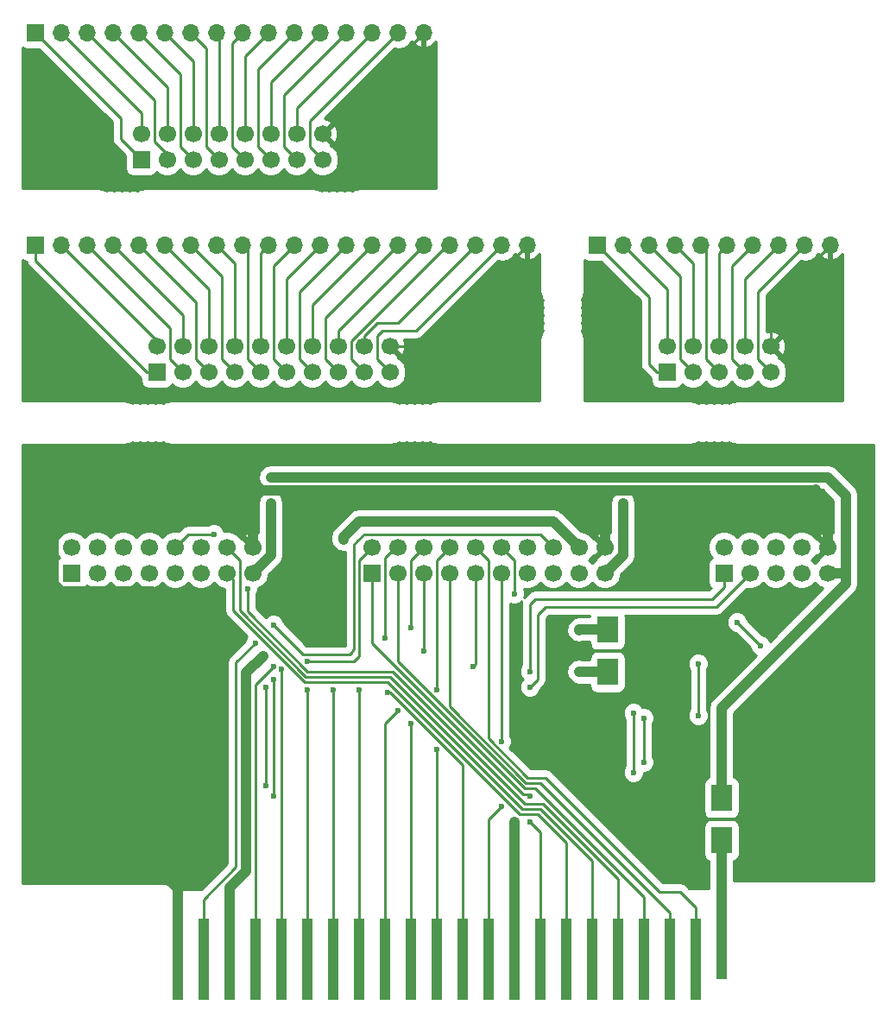
<source format=gbr>
G04 #@! TF.FileFunction,Copper,L1,Top,Signal*
%FSLAX46Y46*%
G04 Gerber Fmt 4.6, Leading zero omitted, Abs format (unit mm)*
G04 Created by KiCad (PCBNEW 4.0.7) date 05/07/18 09:37:08*
%MOMM*%
%LPD*%
G01*
G04 APERTURE LIST*
%ADD10C,0.100000*%
%ADD11R,1.000000X6.000000*%
%ADD12R,1.000000X8.000000*%
%ADD13R,1.700000X1.700000*%
%ADD14C,1.700000*%
%ADD15O,1.700000X1.700000*%
%ADD16R,2.030000X2.650000*%
%ADD17C,0.600000*%
%ADD18C,0.800000*%
%ADD19C,0.250000*%
%ADD20C,1.000000*%
%ADD21C,0.254000*%
G04 APERTURE END LIST*
D10*
D11*
X168148000Y-139462000D03*
D12*
X165608000Y-140462000D03*
X163068000Y-140462000D03*
X160528000Y-140462000D03*
X157988000Y-140462000D03*
X155448000Y-140462000D03*
X152908000Y-140462000D03*
X150368000Y-140462000D03*
X147828000Y-140462000D03*
X145288000Y-140462000D03*
X142748000Y-140462000D03*
X140208000Y-140462000D03*
X137668000Y-140462000D03*
X135128000Y-140462000D03*
X132588000Y-140462000D03*
X130048000Y-140462000D03*
X127508000Y-140462000D03*
X124968000Y-140462000D03*
X122428000Y-140462000D03*
X119888000Y-140462000D03*
X117348000Y-140462000D03*
X114808000Y-140462000D03*
D13*
X104394000Y-102616000D03*
D14*
X104394000Y-100076000D03*
X106934000Y-102616000D03*
X106934000Y-100076000D03*
X109474000Y-102616000D03*
X109474000Y-100076000D03*
X112014000Y-102616000D03*
X112014000Y-100076000D03*
X114554000Y-102616000D03*
X114554000Y-100076000D03*
X117094000Y-102616000D03*
X117094000Y-100076000D03*
X119634000Y-102616000D03*
X119634000Y-100076000D03*
X122174000Y-102616000D03*
X122174000Y-100076000D03*
D13*
X133858000Y-102616000D03*
D14*
X133858000Y-100076000D03*
X136398000Y-102616000D03*
X136398000Y-100076000D03*
X138938000Y-102616000D03*
X138938000Y-100076000D03*
X141478000Y-102616000D03*
X141478000Y-100076000D03*
X144018000Y-102616000D03*
X144018000Y-100076000D03*
X146558000Y-102616000D03*
X146558000Y-100076000D03*
X149098000Y-102616000D03*
X149098000Y-100076000D03*
X151638000Y-102616000D03*
X151638000Y-100076000D03*
X154178000Y-102616000D03*
X154178000Y-100076000D03*
X156718000Y-102616000D03*
X156718000Y-100076000D03*
D13*
X168402000Y-102616000D03*
D14*
X168402000Y-100076000D03*
X170942000Y-102616000D03*
X170942000Y-100076000D03*
X173482000Y-102616000D03*
X173482000Y-100076000D03*
X176022000Y-102616000D03*
X176022000Y-100076000D03*
X178562000Y-102616000D03*
X178562000Y-100076000D03*
D13*
X162814000Y-82931000D03*
D14*
X162814000Y-80391000D03*
X165354000Y-82931000D03*
X165354000Y-80391000D03*
X167894000Y-82931000D03*
X167894000Y-80391000D03*
X170434000Y-82931000D03*
X170434000Y-80391000D03*
X172974000Y-82931000D03*
X172974000Y-80391000D03*
D13*
X111252000Y-62103000D03*
D14*
X111252000Y-59563000D03*
X113792000Y-62103000D03*
X113792000Y-59563000D03*
X116332000Y-62103000D03*
X116332000Y-59563000D03*
X118872000Y-62103000D03*
X118872000Y-59563000D03*
X121412000Y-62103000D03*
X121412000Y-59563000D03*
X123952000Y-62103000D03*
X123952000Y-59563000D03*
X126492000Y-62103000D03*
X126492000Y-59563000D03*
X129032000Y-62103000D03*
X129032000Y-59563000D03*
D13*
X112776000Y-82931000D03*
D14*
X112776000Y-80391000D03*
X115316000Y-82931000D03*
X115316000Y-80391000D03*
X117856000Y-82931000D03*
X117856000Y-80391000D03*
X120396000Y-82931000D03*
X120396000Y-80391000D03*
X122936000Y-82931000D03*
X122936000Y-80391000D03*
X125476000Y-82931000D03*
X125476000Y-80391000D03*
X128016000Y-82931000D03*
X128016000Y-80391000D03*
X130556000Y-82931000D03*
X130556000Y-80391000D03*
X133096000Y-82931000D03*
X133096000Y-80391000D03*
X135636000Y-82931000D03*
X135636000Y-80391000D03*
D13*
X155956000Y-70485000D03*
D15*
X158496000Y-70485000D03*
X161036000Y-70485000D03*
X163576000Y-70485000D03*
X166116000Y-70485000D03*
X168656000Y-70485000D03*
X171196000Y-70485000D03*
X173736000Y-70485000D03*
X176276000Y-70485000D03*
X178816000Y-70485000D03*
D13*
X100838000Y-49657000D03*
D15*
X103378000Y-49657000D03*
X105918000Y-49657000D03*
X108458000Y-49657000D03*
X110998000Y-49657000D03*
X113538000Y-49657000D03*
X116078000Y-49657000D03*
X118618000Y-49657000D03*
X121158000Y-49657000D03*
X123698000Y-49657000D03*
X126238000Y-49657000D03*
X128778000Y-49657000D03*
X131318000Y-49657000D03*
X133858000Y-49657000D03*
X136398000Y-49657000D03*
X138938000Y-49657000D03*
D13*
X100838000Y-70485000D03*
D15*
X103378000Y-70485000D03*
X105918000Y-70485000D03*
X108458000Y-70485000D03*
X110998000Y-70485000D03*
X113538000Y-70485000D03*
X116078000Y-70485000D03*
X118618000Y-70485000D03*
X121158000Y-70485000D03*
X123698000Y-70485000D03*
X126238000Y-70485000D03*
X128778000Y-70485000D03*
X131318000Y-70485000D03*
X133858000Y-70485000D03*
X136398000Y-70485000D03*
X138938000Y-70485000D03*
X141478000Y-70485000D03*
X144018000Y-70485000D03*
X146558000Y-70485000D03*
X149098000Y-70485000D03*
D16*
X168148000Y-124656000D03*
X168148000Y-128836000D03*
X156972000Y-112326000D03*
X156972000Y-108146000D03*
D17*
X124206000Y-113030000D03*
X124206000Y-124460000D03*
X149352000Y-112268000D03*
X123444000Y-123444000D03*
X123444000Y-113792000D03*
X149352000Y-113792000D03*
X171958000Y-109728000D03*
X169672000Y-107442000D03*
X123952000Y-93218000D03*
X123952000Y-95758000D03*
X158496000Y-93218000D03*
X158496000Y-95758000D03*
D18*
X114808000Y-131572000D03*
D17*
X121666000Y-104140000D03*
X159512000Y-122174000D03*
X118364000Y-98806000D03*
X159512000Y-116332000D03*
X165862000Y-116586000D03*
X165862000Y-111506000D03*
X160528000Y-116840000D03*
X160528000Y-121158000D03*
X149352000Y-124460000D03*
X149352000Y-127000000D03*
X127508000Y-111252000D03*
X127508000Y-114046000D03*
X135382000Y-114300000D03*
X135128000Y-108966000D03*
X136398000Y-116078000D03*
X138938000Y-110236000D03*
X137668000Y-107950000D03*
X132588000Y-114046000D03*
X140208000Y-114046000D03*
X140208000Y-119888000D03*
X143764000Y-111760000D03*
X137668000Y-117348000D03*
X146558000Y-125476000D03*
X146558000Y-119126000D03*
X147828000Y-104648000D03*
X130048000Y-114046000D03*
X124968000Y-112014000D03*
X124206000Y-111760000D03*
X124206000Y-107696000D03*
X122428000Y-109474000D03*
X154178000Y-108204000D03*
D18*
X131064000Y-99314000D03*
X123190000Y-110744000D03*
X168148000Y-131572000D03*
X147828000Y-127000000D03*
D17*
X154178000Y-112268000D03*
D19*
X165862000Y-105156000D02*
X167259000Y-105156000D01*
X168402000Y-104013000D02*
X168402000Y-102616000D01*
X167259000Y-105156000D02*
X168402000Y-104013000D01*
X153416000Y-105156000D02*
X149860000Y-105156000D01*
X149352000Y-105664000D02*
X149352000Y-112268000D01*
X149860000Y-105156000D02*
X149352000Y-105664000D01*
X153416000Y-105156000D02*
X156464000Y-105156000D01*
X124206000Y-124460000D02*
X124206000Y-113030000D01*
X156464000Y-105156000D02*
X165862000Y-105156000D01*
X153924000Y-105918000D02*
X150876000Y-105918000D01*
X150114000Y-106680000D02*
X150114000Y-113030000D01*
X150876000Y-105918000D02*
X150114000Y-106680000D01*
X157226000Y-105918000D02*
X156972000Y-105918000D01*
X153924000Y-105918000D02*
X156972000Y-105918000D01*
X123444000Y-123444000D02*
X123444000Y-113792000D01*
X149352000Y-113792000D02*
X150114000Y-113030000D01*
X167640000Y-105918000D02*
X170942000Y-102616000D01*
X157226000Y-105918000D02*
X167640000Y-105918000D01*
X171958000Y-109728000D02*
X169672000Y-107442000D01*
D20*
X168148000Y-124656000D02*
X168148000Y-115824000D01*
X168148000Y-115824000D02*
X180340000Y-103632000D01*
X180340000Y-103632000D02*
X180340000Y-102616000D01*
X158496000Y-93218000D02*
X178562000Y-93218000D01*
X180340000Y-94996000D02*
X180340000Y-102616000D01*
X178562000Y-93218000D02*
X180340000Y-94996000D01*
X122174000Y-102616000D02*
X123952000Y-100838000D01*
X123952000Y-100838000D02*
X123952000Y-95758000D01*
X156718000Y-102616000D02*
X158496000Y-100838000D01*
X158496000Y-100838000D02*
X158496000Y-95758000D01*
X178562000Y-102616000D02*
X180340000Y-102616000D01*
X158496000Y-93218000D02*
X123952000Y-93218000D01*
D19*
X156718000Y-102616000D02*
X156972000Y-102616000D01*
D20*
X114808000Y-131572000D02*
X114808000Y-106934000D01*
X102616000Y-96266000D02*
X104394000Y-94488000D01*
X102616000Y-103632000D02*
X102616000Y-96266000D01*
X103378000Y-104394000D02*
X102616000Y-103632000D01*
X112268000Y-104394000D02*
X103378000Y-104394000D01*
X114808000Y-106934000D02*
X112268000Y-104394000D01*
X178562000Y-95758000D02*
X178562000Y-95688002D01*
X178562000Y-95688002D02*
X177361998Y-94488000D01*
X177361998Y-94488000D02*
X177361998Y-94418002D01*
X177361998Y-94418002D02*
X177361998Y-94488000D01*
X122174000Y-100076000D02*
X122174000Y-94488000D01*
X122174000Y-94488000D02*
X104394000Y-94488000D01*
X156718000Y-100076000D02*
X156718000Y-94488000D01*
X156718000Y-94488000D02*
X156718000Y-94742000D01*
X156718000Y-94742000D02*
X156718000Y-94488000D01*
X178562000Y-100076000D02*
X178562000Y-95758000D01*
X177361998Y-94488000D02*
X156718000Y-94488000D01*
X156718000Y-94488000D02*
X122174000Y-94488000D01*
X114808000Y-140462000D02*
X114808000Y-131572000D01*
D19*
X121666000Y-105918000D02*
X121666000Y-104140000D01*
X148844000Y-125222000D02*
X135890000Y-112268000D01*
X135890000Y-112268000D02*
X127510796Y-112268000D01*
X121666000Y-106423204D02*
X121666000Y-105918000D01*
X127510796Y-112268000D02*
X121666000Y-106423204D01*
X157988000Y-140462000D02*
X157988000Y-132588000D01*
X150622000Y-125222000D02*
X148844000Y-125222000D01*
X157988000Y-132588000D02*
X150622000Y-125222000D01*
X114554000Y-100076000D02*
X115824000Y-98806000D01*
X115824000Y-98806000D02*
X118364000Y-98806000D01*
X159512000Y-122174000D02*
X159512000Y-116332000D01*
X165862000Y-116586000D02*
X165862000Y-111506000D01*
X160528000Y-121158000D02*
X160528000Y-116840000D01*
X119634000Y-102616000D02*
X120269000Y-103251000D01*
X120269000Y-103251000D02*
X120269000Y-106299000D01*
X152908000Y-129540000D02*
X152908000Y-129032000D01*
X150114000Y-126238000D02*
X149606000Y-126238000D01*
X152908000Y-129032000D02*
X150114000Y-126238000D01*
X148336000Y-126238000D02*
X135382000Y-113284000D01*
X149606000Y-126238000D02*
X148336000Y-126238000D01*
X127254000Y-113284000D02*
X120269000Y-106299000D01*
X135382000Y-113284000D02*
X127254000Y-113284000D01*
X152908000Y-140462000D02*
X152908000Y-129540000D01*
X148590000Y-125730000D02*
X135636000Y-112776000D01*
X135636000Y-112776000D02*
X127382398Y-112776000D01*
X155448000Y-140462000D02*
X155448000Y-130810000D01*
X120904000Y-101346000D02*
X119634000Y-100076000D01*
X120904000Y-106297602D02*
X120904000Y-101346000D01*
X127382398Y-112776000D02*
X120904000Y-106297602D01*
X150368000Y-125730000D02*
X148590000Y-125730000D01*
X155448000Y-130810000D02*
X150368000Y-125730000D01*
X148844000Y-124333000D02*
X149225000Y-124333000D01*
X149225000Y-124333000D02*
X149352000Y-124460000D01*
X148844000Y-124333000D02*
X148717000Y-124333000D01*
X133858000Y-109474000D02*
X133858000Y-109220000D01*
X148717000Y-124333000D02*
X133858000Y-109474000D01*
X133858000Y-108966000D02*
X133858000Y-109220000D01*
X133858000Y-108966000D02*
X133858000Y-102616000D01*
X150368000Y-140462000D02*
X150368000Y-128016000D01*
X150368000Y-128016000D02*
X149352000Y-127000000D01*
X127508000Y-111252000D02*
X132080000Y-111252000D01*
X132588000Y-110744000D02*
X132588000Y-101346000D01*
X132080000Y-111252000D02*
X132588000Y-110744000D01*
X133858000Y-100076000D02*
X132588000Y-101346000D01*
X127508000Y-140462000D02*
X127508000Y-114046000D01*
X149860000Y-123698000D02*
X148844000Y-123698000D01*
X136398000Y-111252000D02*
X136398000Y-110236000D01*
X148844000Y-123698000D02*
X136398000Y-111252000D01*
X160528000Y-140462000D02*
X160528000Y-134366000D01*
X136398000Y-110236000D02*
X136398000Y-102616000D01*
X160528000Y-134366000D02*
X149860000Y-123698000D01*
X142748000Y-129794000D02*
X142748000Y-121412000D01*
X135636000Y-114300000D02*
X135382000Y-114300000D01*
X142748000Y-121412000D02*
X135636000Y-114300000D01*
X142748000Y-140462000D02*
X142748000Y-129794000D01*
X135128000Y-101092000D02*
X136144000Y-100076000D01*
X135128000Y-108966000D02*
X135128000Y-101092000D01*
X136144000Y-100076000D02*
X136398000Y-100076000D01*
X135128000Y-125730000D02*
X135128000Y-117348000D01*
X135128000Y-117348000D02*
X136398000Y-116078000D01*
X135128000Y-140462000D02*
X135128000Y-125730000D01*
X138938000Y-110236000D02*
X138938000Y-102616000D01*
X137668000Y-107950000D02*
X137668000Y-104648000D01*
X132588000Y-140462000D02*
X132588000Y-114046000D01*
X137668000Y-101346000D02*
X138938000Y-100076000D01*
X137668000Y-104648000D02*
X137668000Y-101346000D01*
X150368000Y-123190000D02*
X148972398Y-123190000D01*
X141478000Y-115695602D02*
X141478000Y-114300000D01*
X148972398Y-123190000D02*
X141478000Y-115695602D01*
X163068000Y-140462000D02*
X163068000Y-135890000D01*
X141478000Y-114300000D02*
X141478000Y-102616000D01*
X163068000Y-135890000D02*
X150368000Y-123190000D01*
X140208000Y-140462000D02*
X140208000Y-119888000D01*
X140208000Y-101346000D02*
X141478000Y-100076000D01*
X140208000Y-114046000D02*
X140208000Y-101346000D01*
X137668000Y-140462000D02*
X137668000Y-117348000D01*
X144018000Y-111506000D02*
X144018000Y-102616000D01*
X143764000Y-111760000D02*
X144018000Y-111506000D01*
X150876000Y-122682000D02*
X149100796Y-122682000D01*
X145288000Y-118869204D02*
X145288000Y-117094000D01*
X149100796Y-122682000D02*
X145288000Y-118869204D01*
X165608000Y-140462000D02*
X165608000Y-135382000D01*
X164084000Y-133858000D02*
X162052000Y-133858000D01*
X165608000Y-135382000D02*
X164084000Y-133858000D01*
X162052000Y-133858000D02*
X150876000Y-122682000D01*
X145288000Y-117094000D02*
X145288000Y-101346000D01*
X145288000Y-101346000D02*
X144018000Y-100076000D01*
X165608000Y-140462000D02*
X165608000Y-137414000D01*
X145288000Y-128270000D02*
X145288000Y-126746000D01*
X145288000Y-126746000D02*
X146558000Y-125476000D01*
X145288000Y-140462000D02*
X145288000Y-128270000D01*
X146558000Y-119126000D02*
X146558000Y-102616000D01*
X147828000Y-104648000D02*
X147828000Y-101346000D01*
X147828000Y-101346000D02*
X146558000Y-100076000D01*
X130048000Y-140462000D02*
X130048000Y-114046000D01*
X124968000Y-140462000D02*
X124968000Y-112014000D01*
X122682000Y-113284000D02*
X124206000Y-111760000D01*
X122682000Y-113284000D02*
X122428000Y-113538000D01*
X122428000Y-140462000D02*
X122428000Y-113538000D01*
X132080000Y-100965000D02*
X132080000Y-99822000D01*
X132080000Y-99822000D02*
X132461000Y-99441000D01*
X124206000Y-107696000D02*
X127127000Y-110617000D01*
X132080000Y-110109000D02*
X132080000Y-107372998D01*
X131953000Y-110236000D02*
X132080000Y-110109000D01*
X131953000Y-110363000D02*
X131953000Y-110236000D01*
X131699000Y-110617000D02*
X131953000Y-110363000D01*
X127127000Y-110617000D02*
X131699000Y-110617000D01*
X132080000Y-107372998D02*
X132080000Y-100965000D01*
X132461000Y-99441000D02*
X133096000Y-98806000D01*
X150368000Y-98806000D02*
X151638000Y-100076000D01*
X133096000Y-98806000D02*
X150368000Y-98806000D01*
X117348000Y-134874000D02*
X117348000Y-134620000D01*
X120523000Y-131445000D02*
X120523000Y-111379000D01*
X117348000Y-134620000D02*
X120523000Y-131445000D01*
X120523000Y-111379000D02*
X122428000Y-109474000D01*
X117348000Y-140462000D02*
X117348000Y-134874000D01*
D20*
X156972000Y-108146000D02*
X154236000Y-108146000D01*
X154236000Y-108146000D02*
X154178000Y-108204000D01*
X119888000Y-133477000D02*
X121539000Y-131826000D01*
X121539000Y-131826000D02*
X121539000Y-112395000D01*
X131064000Y-99060000D02*
X132588000Y-97536000D01*
X131064000Y-99314000D02*
X131064000Y-99060000D01*
X119888000Y-140462000D02*
X119888000Y-133477000D01*
X151638000Y-97536000D02*
X154178000Y-100076000D01*
X132588000Y-97536000D02*
X151638000Y-97536000D01*
X121539000Y-112395000D02*
X123190000Y-110744000D01*
D19*
X161544000Y-82677000D02*
X161036000Y-82169000D01*
X161036000Y-82169000D02*
X161036000Y-75565000D01*
X162814000Y-82931000D02*
X161798000Y-82931000D01*
X161036000Y-75565000D02*
X155956000Y-70485000D01*
X161798000Y-82931000D02*
X161544000Y-82677000D01*
X162814000Y-80391000D02*
X162814000Y-74803000D01*
X162814000Y-74803000D02*
X158496000Y-70485000D01*
X165354000Y-82931000D02*
X164084000Y-81661000D01*
X164084000Y-73533000D02*
X161036000Y-70485000D01*
X164084000Y-81661000D02*
X164084000Y-73533000D01*
X165354000Y-80391000D02*
X165354000Y-72263000D01*
X165354000Y-72263000D02*
X163576000Y-70485000D01*
X167894000Y-82931000D02*
X166624000Y-81661000D01*
X166624000Y-81661000D02*
X166624000Y-70993000D01*
X166624000Y-70993000D02*
X166116000Y-70485000D01*
X167894000Y-80391000D02*
X167894000Y-71247000D01*
X167894000Y-71247000D02*
X168656000Y-70485000D01*
X170434000Y-82931000D02*
X169164000Y-81661000D01*
X169164000Y-72517000D02*
X171196000Y-70485000D01*
X169164000Y-81661000D02*
X169164000Y-72517000D01*
X170434000Y-80391000D02*
X170434000Y-73787000D01*
X170434000Y-73787000D02*
X173736000Y-70485000D01*
X172974000Y-82931000D02*
X171704000Y-81661000D01*
X171704000Y-75057000D02*
X176276000Y-70485000D01*
X171704000Y-81661000D02*
X171704000Y-75057000D01*
X172974000Y-80391000D02*
X172974000Y-76327000D01*
X172974000Y-76327000D02*
X178816000Y-70485000D01*
X109220000Y-60071000D02*
X109220000Y-58039000D01*
X109220000Y-58039000D02*
X100838000Y-49657000D01*
X111252000Y-62103000D02*
X109220000Y-60071000D01*
X111252000Y-59563000D02*
X111252000Y-57531000D01*
X111252000Y-57531000D02*
X103378000Y-49657000D01*
X113792000Y-62103000D02*
X113792000Y-61595000D01*
X113792000Y-61595000D02*
X112522000Y-60325000D01*
X112522000Y-60325000D02*
X112522000Y-56261000D01*
X112522000Y-56261000D02*
X105918000Y-49657000D01*
X113792000Y-59563000D02*
X113792000Y-54991000D01*
X113792000Y-54991000D02*
X108458000Y-49657000D01*
X116332000Y-62103000D02*
X115062000Y-60833000D01*
X115062000Y-53721000D02*
X110998000Y-49657000D01*
X115062000Y-60833000D02*
X115062000Y-53721000D01*
X116332000Y-59563000D02*
X116332000Y-52451000D01*
X116332000Y-52451000D02*
X113538000Y-49657000D01*
X118872000Y-62103000D02*
X117602000Y-60833000D01*
X117602000Y-51181000D02*
X116078000Y-49657000D01*
X117602000Y-60833000D02*
X117602000Y-51181000D01*
X118872000Y-59563000D02*
X118872000Y-49911000D01*
X118872000Y-49911000D02*
X118618000Y-49657000D01*
X120142000Y-58801000D02*
X120142000Y-50673000D01*
X120142000Y-50673000D02*
X121158000Y-49657000D01*
X121412000Y-62103000D02*
X120142000Y-60833000D01*
X120142000Y-60833000D02*
X120142000Y-58801000D01*
X121412000Y-59563000D02*
X121412000Y-51943000D01*
X121412000Y-51943000D02*
X123698000Y-49657000D01*
X122682000Y-58293000D02*
X122682000Y-53213000D01*
X122682000Y-53213000D02*
X126238000Y-49657000D01*
X123952000Y-62103000D02*
X122682000Y-60833000D01*
X122682000Y-60833000D02*
X122682000Y-58293000D01*
X123952000Y-59563000D02*
X123952000Y-54483000D01*
X123952000Y-54483000D02*
X128778000Y-49657000D01*
X123952000Y-59563000D02*
X123952000Y-59055000D01*
X125222000Y-58801000D02*
X125222000Y-55753000D01*
X125222000Y-55753000D02*
X131318000Y-49657000D01*
X126492000Y-62103000D02*
X125222000Y-60833000D01*
X125222000Y-60833000D02*
X125222000Y-58801000D01*
X126492000Y-59563000D02*
X126492000Y-57023000D01*
X126492000Y-57023000D02*
X133858000Y-49657000D01*
X126492000Y-59563000D02*
X126492000Y-59055000D01*
X127762000Y-58801000D02*
X127762000Y-58293000D01*
X127762000Y-58293000D02*
X136398000Y-49657000D01*
X129032000Y-62103000D02*
X127762000Y-60833000D01*
X127762000Y-60833000D02*
X127762000Y-58801000D01*
X129032000Y-59563000D02*
X138938000Y-49657000D01*
X112776000Y-82931000D02*
X111760000Y-82931000D01*
X100838000Y-72009000D02*
X100838000Y-70485000D01*
X111760000Y-82931000D02*
X100838000Y-72009000D01*
X112776000Y-80391000D02*
X112776000Y-79883000D01*
X112776000Y-79883000D02*
X103378000Y-70485000D01*
X115316000Y-82931000D02*
X114046000Y-81661000D01*
X114046000Y-78613000D02*
X105918000Y-70485000D01*
X114046000Y-81661000D02*
X114046000Y-78613000D01*
X115316000Y-80391000D02*
X115316000Y-77343000D01*
X115316000Y-77343000D02*
X108458000Y-70485000D01*
X117856000Y-82931000D02*
X116586000Y-81661000D01*
X116586000Y-76073000D02*
X110998000Y-70485000D01*
X116586000Y-81661000D02*
X116586000Y-76073000D01*
X117856000Y-80391000D02*
X117856000Y-74803000D01*
X117856000Y-74803000D02*
X113538000Y-70485000D01*
X120396000Y-82931000D02*
X119126000Y-81661000D01*
X119126000Y-73533000D02*
X116078000Y-70485000D01*
X119126000Y-81661000D02*
X119126000Y-73533000D01*
X120396000Y-80391000D02*
X120396000Y-72263000D01*
X120396000Y-72263000D02*
X118618000Y-70485000D01*
X122936000Y-82931000D02*
X121666000Y-81661000D01*
X121666000Y-81661000D02*
X121666000Y-70993000D01*
X121666000Y-70993000D02*
X121158000Y-70485000D01*
X122936000Y-80391000D02*
X122936000Y-71247000D01*
X122936000Y-71247000D02*
X123698000Y-70485000D01*
X125476000Y-82931000D02*
X124206000Y-81661000D01*
X124206000Y-72517000D02*
X126238000Y-70485000D01*
X124206000Y-81661000D02*
X124206000Y-72517000D01*
X125476000Y-80391000D02*
X125476000Y-73787000D01*
X125476000Y-73787000D02*
X128778000Y-70485000D01*
X128016000Y-82931000D02*
X126746000Y-81661000D01*
X126746000Y-75057000D02*
X131318000Y-70485000D01*
X126746000Y-81661000D02*
X126746000Y-75057000D01*
X128016000Y-80391000D02*
X128016000Y-76327000D01*
X128016000Y-76327000D02*
X133858000Y-70485000D01*
X130556000Y-82931000D02*
X129286000Y-81661000D01*
X129286000Y-77597000D02*
X136398000Y-70485000D01*
X129286000Y-81661000D02*
X129286000Y-77597000D01*
X130556000Y-80391000D02*
X130556000Y-78867000D01*
X130556000Y-78867000D02*
X138938000Y-70485000D01*
X133096000Y-82931000D02*
X131826000Y-81661000D01*
X131826000Y-79883000D02*
X141224000Y-70485000D01*
X131826000Y-81661000D02*
X131826000Y-79883000D01*
X141224000Y-70485000D02*
X141478000Y-70485000D01*
X133096000Y-80391000D02*
X133096000Y-79375000D01*
X136398000Y-78105000D02*
X144018000Y-70485000D01*
X134366000Y-78105000D02*
X136398000Y-78105000D01*
X133096000Y-79375000D02*
X134366000Y-78105000D01*
X135636000Y-82931000D02*
X134366000Y-81661000D01*
X138176000Y-78867000D02*
X146558000Y-70485000D01*
X134874000Y-78867000D02*
X138176000Y-78867000D01*
X134366000Y-79375000D02*
X134874000Y-78867000D01*
X134366000Y-81661000D02*
X134366000Y-79375000D01*
X135636000Y-80391000D02*
X139192000Y-80391000D01*
X139192000Y-80391000D02*
X149098000Y-70485000D01*
D20*
X168148000Y-131572000D02*
X168148000Y-128836000D01*
X168148000Y-139462000D02*
X168148000Y-131572000D01*
X147828000Y-140462000D02*
X147828000Y-127000000D01*
X154236000Y-112326000D02*
X156972000Y-112326000D01*
X154178000Y-112268000D02*
X154236000Y-112326000D01*
D21*
G36*
X168333810Y-89876830D02*
X168722485Y-89877170D01*
X168893473Y-89806519D01*
X168945823Y-89841498D01*
X168945824Y-89841499D01*
X169234929Y-89961250D01*
X169769538Y-90067590D01*
X169848528Y-90067590D01*
X169926000Y-90083000D01*
X183094000Y-90083000D01*
X183094000Y-132802000D01*
X169418000Y-132802000D01*
X169375000Y-132810553D01*
X169375000Y-130862351D01*
X169432410Y-130851549D01*
X169679846Y-130692328D01*
X169845843Y-130449385D01*
X169904242Y-130161000D01*
X169904242Y-127511000D01*
X169853549Y-127241590D01*
X169694328Y-126994154D01*
X169451385Y-126828157D01*
X169163000Y-126769758D01*
X167133000Y-126769758D01*
X166863590Y-126820451D01*
X166616154Y-126979672D01*
X166450157Y-127222615D01*
X166391758Y-127511000D01*
X166391758Y-130161000D01*
X166442451Y-130430410D01*
X166601672Y-130677846D01*
X166844615Y-130843843D01*
X166921000Y-130859311D01*
X166921000Y-133527672D01*
X164964422Y-133533512D01*
X164686455Y-133255545D01*
X164410046Y-133070855D01*
X164084000Y-133006000D01*
X162404910Y-133006000D01*
X151478455Y-122079545D01*
X151202046Y-121894855D01*
X150876000Y-121830000D01*
X149453706Y-121830000D01*
X147380135Y-119756429D01*
X147428140Y-119708508D01*
X147584821Y-119331179D01*
X147585178Y-118922613D01*
X147429156Y-118545011D01*
X147410000Y-118525822D01*
X147410000Y-116535387D01*
X158484822Y-116535387D01*
X158640844Y-116912989D01*
X158660000Y-116932178D01*
X158660000Y-121573384D01*
X158641860Y-121591492D01*
X158485179Y-121968821D01*
X158484822Y-122377387D01*
X158640844Y-122754989D01*
X158929492Y-123044140D01*
X159306821Y-123200821D01*
X159715387Y-123201178D01*
X160092989Y-123045156D01*
X160382140Y-122756508D01*
X160538821Y-122379179D01*
X160538991Y-122185010D01*
X160731387Y-122185178D01*
X161108989Y-122029156D01*
X161398140Y-121740508D01*
X161554821Y-121363179D01*
X161555178Y-120954613D01*
X161399156Y-120577011D01*
X161380000Y-120557822D01*
X161380000Y-117440616D01*
X161398140Y-117422508D01*
X161554821Y-117045179D01*
X161555178Y-116636613D01*
X161399156Y-116259011D01*
X161110508Y-115969860D01*
X160733179Y-115813179D01*
X160408726Y-115812895D01*
X160383156Y-115751011D01*
X160094508Y-115461860D01*
X159717179Y-115305179D01*
X159308613Y-115304822D01*
X158931011Y-115460844D01*
X158641860Y-115749492D01*
X158485179Y-116126821D01*
X158484822Y-116535387D01*
X147410000Y-116535387D01*
X147410000Y-105586450D01*
X147622821Y-105674821D01*
X148031387Y-105675178D01*
X148408989Y-105519156D01*
X148558499Y-105369906D01*
X148500000Y-105664000D01*
X148500000Y-111667384D01*
X148481860Y-111685492D01*
X148325179Y-112062821D01*
X148324822Y-112471387D01*
X148480844Y-112848989D01*
X148661602Y-113030062D01*
X148481860Y-113209492D01*
X148325179Y-113586821D01*
X148324822Y-113995387D01*
X148480844Y-114372989D01*
X148769492Y-114662140D01*
X149146821Y-114818821D01*
X149555387Y-114819178D01*
X149932989Y-114663156D01*
X150222140Y-114374508D01*
X150378821Y-113997179D01*
X150378845Y-113970065D01*
X150716455Y-113632455D01*
X150901145Y-113356046D01*
X150966000Y-113030000D01*
X150966000Y-112268000D01*
X152951000Y-112268000D01*
X153044400Y-112737552D01*
X153310380Y-113135620D01*
X153368380Y-113193620D01*
X153766447Y-113459600D01*
X154236000Y-113553000D01*
X155215758Y-113553000D01*
X155215758Y-113651000D01*
X155266451Y-113920410D01*
X155425672Y-114167846D01*
X155668615Y-114333843D01*
X155957000Y-114392242D01*
X157987000Y-114392242D01*
X158256410Y-114341549D01*
X158503846Y-114182328D01*
X158669843Y-113939385D01*
X158728242Y-113651000D01*
X158728242Y-111709387D01*
X164834822Y-111709387D01*
X164990844Y-112086989D01*
X165010000Y-112106178D01*
X165010000Y-115985384D01*
X164991860Y-116003492D01*
X164835179Y-116380821D01*
X164834822Y-116789387D01*
X164990844Y-117166989D01*
X165279492Y-117456140D01*
X165656821Y-117612821D01*
X166065387Y-117613178D01*
X166442989Y-117457156D01*
X166732140Y-117168508D01*
X166888821Y-116791179D01*
X166889178Y-116382613D01*
X166733156Y-116005011D01*
X166714000Y-115985822D01*
X166714000Y-112106616D01*
X166732140Y-112088508D01*
X166888821Y-111711179D01*
X166889178Y-111302613D01*
X166733156Y-110925011D01*
X166444508Y-110635860D01*
X166067179Y-110479179D01*
X165658613Y-110478822D01*
X165281011Y-110634844D01*
X164991860Y-110923492D01*
X164835179Y-111300821D01*
X164834822Y-111709387D01*
X158728242Y-111709387D01*
X158728242Y-111001000D01*
X158677549Y-110731590D01*
X158518328Y-110484154D01*
X158275385Y-110318157D01*
X157987000Y-110259758D01*
X155957000Y-110259758D01*
X155687590Y-110310451D01*
X155440154Y-110469672D01*
X155274157Y-110712615D01*
X155215758Y-111001000D01*
X155215758Y-111099000D01*
X154469585Y-111099000D01*
X154178000Y-111041000D01*
X153708448Y-111134400D01*
X153310380Y-111400380D01*
X153044400Y-111798448D01*
X152951000Y-112268000D01*
X150966000Y-112268000D01*
X150966000Y-107032910D01*
X151228910Y-106770000D01*
X155226086Y-106770000D01*
X155215758Y-106821000D01*
X155215758Y-106919000D01*
X154236000Y-106919000D01*
X153766447Y-107012400D01*
X153373133Y-107275204D01*
X153368380Y-107278380D01*
X153310380Y-107336380D01*
X153044400Y-107734448D01*
X152951000Y-108204000D01*
X153044400Y-108673552D01*
X153310380Y-109071620D01*
X153708448Y-109337600D01*
X154178000Y-109431000D01*
X154469585Y-109373000D01*
X155215758Y-109373000D01*
X155215758Y-109471000D01*
X155266451Y-109740410D01*
X155425672Y-109987846D01*
X155668615Y-110153843D01*
X155957000Y-110212242D01*
X157987000Y-110212242D01*
X158256410Y-110161549D01*
X158503846Y-110002328D01*
X158669843Y-109759385D01*
X158728242Y-109471000D01*
X158728242Y-106821000D01*
X158718646Y-106770000D01*
X167640000Y-106770000D01*
X167966046Y-106705145D01*
X168242455Y-106520455D01*
X170586837Y-104176073D01*
X170626939Y-104192725D01*
X171254308Y-104193273D01*
X171834132Y-103953695D01*
X172212270Y-103576216D01*
X172587535Y-103952136D01*
X173166939Y-104192725D01*
X173794308Y-104193273D01*
X174374132Y-103953695D01*
X174752270Y-103576216D01*
X175127535Y-103952136D01*
X175706939Y-104192725D01*
X176334308Y-104193273D01*
X176914132Y-103953695D01*
X177292270Y-103576216D01*
X177667535Y-103952136D01*
X178103568Y-104133192D01*
X172905349Y-109331411D01*
X172829156Y-109147011D01*
X172540508Y-108857860D01*
X172163179Y-108701179D01*
X172136065Y-108701155D01*
X170699156Y-107264246D01*
X170699178Y-107238613D01*
X170543156Y-106861011D01*
X170254508Y-106571860D01*
X169877179Y-106415179D01*
X169468613Y-106414822D01*
X169091011Y-106570844D01*
X168801860Y-106859492D01*
X168645179Y-107236821D01*
X168644822Y-107645387D01*
X168800844Y-108022989D01*
X169089492Y-108312140D01*
X169466821Y-108468821D01*
X169493935Y-108468845D01*
X170930844Y-109905754D01*
X170930822Y-109931387D01*
X171086844Y-110308989D01*
X171375492Y-110598140D01*
X171561417Y-110675343D01*
X167280380Y-114956380D01*
X167014400Y-115354447D01*
X166921000Y-115824000D01*
X166921000Y-122629649D01*
X166863590Y-122640451D01*
X166616154Y-122799672D01*
X166450157Y-123042615D01*
X166391758Y-123331000D01*
X166391758Y-125981000D01*
X166442451Y-126250410D01*
X166601672Y-126497846D01*
X166844615Y-126663843D01*
X167133000Y-126722242D01*
X169163000Y-126722242D01*
X169432410Y-126671549D01*
X169679846Y-126512328D01*
X169845843Y-126269385D01*
X169904242Y-125981000D01*
X169904242Y-123331000D01*
X169853549Y-123061590D01*
X169694328Y-122814154D01*
X169451385Y-122648157D01*
X169375000Y-122632689D01*
X169375000Y-116332240D01*
X181207620Y-104499620D01*
X181473601Y-104101552D01*
X181567000Y-103632000D01*
X181567000Y-94996000D01*
X181545490Y-94887860D01*
X181473601Y-94526448D01*
X181207620Y-94128380D01*
X179429620Y-92350380D01*
X179424328Y-92346844D01*
X179031553Y-92084400D01*
X178562000Y-91991000D01*
X123952000Y-91991000D01*
X123482447Y-92084400D01*
X123084380Y-92350380D01*
X122818400Y-92748447D01*
X122725000Y-93218000D01*
X122818400Y-93687553D01*
X123084380Y-94085620D01*
X123482447Y-94351600D01*
X123952000Y-94445000D01*
X178053760Y-94445000D01*
X179113000Y-95504240D01*
X179113000Y-98696190D01*
X178790721Y-98579282D01*
X178200542Y-98605685D01*
X177777920Y-98780741D01*
X177697647Y-99032042D01*
X178562000Y-99896395D01*
X178576143Y-99882253D01*
X178755748Y-100061858D01*
X178741605Y-100076000D01*
X178755748Y-100090143D01*
X178576143Y-100269748D01*
X178562000Y-100255605D01*
X177697647Y-101119958D01*
X177739091Y-101249703D01*
X177669868Y-101278305D01*
X177291730Y-101655784D01*
X176982216Y-101345730D01*
X177358136Y-100970465D01*
X177387901Y-100898782D01*
X177518042Y-100940353D01*
X178382395Y-100076000D01*
X177518042Y-99211647D01*
X177388297Y-99253091D01*
X177359695Y-99183868D01*
X176916465Y-98739864D01*
X176337061Y-98499275D01*
X175709692Y-98498727D01*
X175129868Y-98738305D01*
X174751730Y-99115784D01*
X174376465Y-98739864D01*
X173797061Y-98499275D01*
X173169692Y-98498727D01*
X172589868Y-98738305D01*
X172211730Y-99115784D01*
X171836465Y-98739864D01*
X171257061Y-98499275D01*
X170629692Y-98498727D01*
X170049868Y-98738305D01*
X169671730Y-99115784D01*
X169296465Y-98739864D01*
X168717061Y-98499275D01*
X168089692Y-98498727D01*
X167509868Y-98738305D01*
X167065864Y-99181535D01*
X166825275Y-99760939D01*
X166824727Y-100388308D01*
X167064305Y-100968132D01*
X167214911Y-101119001D01*
X167035154Y-101234672D01*
X166869157Y-101477615D01*
X166810758Y-101766000D01*
X166810758Y-103466000D01*
X166861451Y-103735410D01*
X167020672Y-103982846D01*
X167143392Y-104066698D01*
X166906090Y-104304000D01*
X149860000Y-104304000D01*
X149533953Y-104368855D01*
X149257545Y-104553545D01*
X148781617Y-105029473D01*
X148854821Y-104853179D01*
X148855178Y-104444613D01*
X148744506Y-104176766D01*
X148782939Y-104192725D01*
X149410308Y-104193273D01*
X149990132Y-103953695D01*
X150368270Y-103576216D01*
X150743535Y-103952136D01*
X151322939Y-104192725D01*
X151950308Y-104193273D01*
X152530132Y-103953695D01*
X152908270Y-103576216D01*
X153283535Y-103952136D01*
X153862939Y-104192725D01*
X154490308Y-104193273D01*
X155070132Y-103953695D01*
X155448270Y-103576216D01*
X155823535Y-103952136D01*
X156402939Y-104192725D01*
X157030308Y-104193273D01*
X157610132Y-103953695D01*
X158054136Y-103510465D01*
X158294725Y-102931061D01*
X158294862Y-102774378D01*
X159363620Y-101705620D01*
X159629601Y-101307552D01*
X159723000Y-100838000D01*
X159723000Y-95758000D01*
X159629600Y-95288447D01*
X159363620Y-94890380D01*
X158965553Y-94624400D01*
X158496000Y-94531000D01*
X158026447Y-94624400D01*
X157628380Y-94890380D01*
X157362400Y-95288447D01*
X157269000Y-95758000D01*
X157269000Y-98696190D01*
X156946721Y-98579282D01*
X156356542Y-98605685D01*
X155933920Y-98780741D01*
X155853647Y-99032042D01*
X156718000Y-99896395D01*
X156732143Y-99882253D01*
X156911748Y-100061858D01*
X156897605Y-100076000D01*
X156911748Y-100090143D01*
X156732143Y-100269748D01*
X156718000Y-100255605D01*
X155853647Y-101119958D01*
X155895091Y-101249703D01*
X155825868Y-101278305D01*
X155447730Y-101655784D01*
X155138216Y-101345730D01*
X155514136Y-100970465D01*
X155543901Y-100898782D01*
X155674042Y-100940353D01*
X156538395Y-100076000D01*
X155674042Y-99211647D01*
X155544297Y-99253091D01*
X155515695Y-99183868D01*
X155072465Y-98739864D01*
X154493061Y-98499275D01*
X154336378Y-98499138D01*
X152505620Y-96668380D01*
X152446917Y-96629156D01*
X152107553Y-96402400D01*
X151638000Y-96309000D01*
X132588000Y-96309000D01*
X132118447Y-96402400D01*
X131779083Y-96629156D01*
X131720380Y-96668380D01*
X130196380Y-98192380D01*
X129930400Y-98590447D01*
X129837000Y-99060000D01*
X129837000Y-99314000D01*
X129930400Y-99783553D01*
X130196380Y-100181620D01*
X130594447Y-100447600D01*
X131064000Y-100541000D01*
X131228000Y-100508378D01*
X131228000Y-109765000D01*
X127479910Y-109765000D01*
X125233156Y-107518246D01*
X125233178Y-107492613D01*
X125077156Y-107115011D01*
X124788508Y-106825860D01*
X124411179Y-106669179D01*
X124002613Y-106668822D01*
X123625011Y-106824844D01*
X123448627Y-107000921D01*
X122518000Y-106070294D01*
X122518000Y-104740616D01*
X122536140Y-104722508D01*
X122692821Y-104345179D01*
X122693028Y-104107858D01*
X123066132Y-103953695D01*
X123510136Y-103510465D01*
X123750725Y-102931061D01*
X123750862Y-102774378D01*
X124819620Y-101705620D01*
X125085601Y-101307552D01*
X125179000Y-100838000D01*
X125179000Y-95758000D01*
X125085600Y-95288447D01*
X124819620Y-94890380D01*
X124421553Y-94624400D01*
X123952000Y-94531000D01*
X123482447Y-94624400D01*
X123084380Y-94890380D01*
X122818400Y-95288447D01*
X122725000Y-95758000D01*
X122725000Y-98696190D01*
X122402721Y-98579282D01*
X121812542Y-98605685D01*
X121389920Y-98780741D01*
X121309647Y-99032042D01*
X122174000Y-99896395D01*
X122188143Y-99882253D01*
X122367748Y-100061858D01*
X122353605Y-100076000D01*
X122367748Y-100090143D01*
X122188143Y-100269748D01*
X122174000Y-100255605D01*
X122159858Y-100269748D01*
X121980253Y-100090143D01*
X121994395Y-100076000D01*
X121130042Y-99211647D01*
X121000297Y-99253091D01*
X120971695Y-99183868D01*
X120528465Y-98739864D01*
X119949061Y-98499275D01*
X119348263Y-98498750D01*
X119235156Y-98225011D01*
X118946508Y-97935860D01*
X118569179Y-97779179D01*
X118160613Y-97778822D01*
X117783011Y-97934844D01*
X117763822Y-97954000D01*
X115824000Y-97954000D01*
X115497954Y-98018855D01*
X115221545Y-98203545D01*
X114909163Y-98515927D01*
X114869061Y-98499275D01*
X114241692Y-98498727D01*
X113661868Y-98738305D01*
X113283730Y-99115784D01*
X112908465Y-98739864D01*
X112329061Y-98499275D01*
X111701692Y-98498727D01*
X111121868Y-98738305D01*
X110743730Y-99115784D01*
X110368465Y-98739864D01*
X109789061Y-98499275D01*
X109161692Y-98498727D01*
X108581868Y-98738305D01*
X108203730Y-99115784D01*
X107828465Y-98739864D01*
X107249061Y-98499275D01*
X106621692Y-98498727D01*
X106041868Y-98738305D01*
X105663730Y-99115784D01*
X105288465Y-98739864D01*
X104709061Y-98499275D01*
X104081692Y-98498727D01*
X103501868Y-98738305D01*
X103057864Y-99181535D01*
X102817275Y-99760939D01*
X102816727Y-100388308D01*
X103056305Y-100968132D01*
X103206911Y-101119001D01*
X103027154Y-101234672D01*
X102861157Y-101477615D01*
X102802758Y-101766000D01*
X102802758Y-103466000D01*
X102853451Y-103735410D01*
X103012672Y-103982846D01*
X103255615Y-104148843D01*
X103544000Y-104207242D01*
X105244000Y-104207242D01*
X105513410Y-104156549D01*
X105760846Y-103997328D01*
X105892420Y-103804764D01*
X106039535Y-103952136D01*
X106618939Y-104192725D01*
X107246308Y-104193273D01*
X107826132Y-103953695D01*
X108204270Y-103576216D01*
X108579535Y-103952136D01*
X109158939Y-104192725D01*
X109786308Y-104193273D01*
X110366132Y-103953695D01*
X110744270Y-103576216D01*
X111119535Y-103952136D01*
X111698939Y-104192725D01*
X112326308Y-104193273D01*
X112906132Y-103953695D01*
X113284270Y-103576216D01*
X113659535Y-103952136D01*
X114238939Y-104192725D01*
X114866308Y-104193273D01*
X115446132Y-103953695D01*
X115824270Y-103576216D01*
X116199535Y-103952136D01*
X116778939Y-104192725D01*
X117406308Y-104193273D01*
X117986132Y-103953695D01*
X118364270Y-103576216D01*
X118739535Y-103952136D01*
X119318939Y-104192725D01*
X119417000Y-104192811D01*
X119417000Y-106299000D01*
X119481855Y-106625046D01*
X119666545Y-106901455D01*
X121607264Y-108842174D01*
X121557860Y-108891492D01*
X121401179Y-109268821D01*
X121401155Y-109295935D01*
X119920545Y-110776545D01*
X119735855Y-111052954D01*
X119671000Y-111379000D01*
X119671000Y-131092090D01*
X117086659Y-133676431D01*
X114305535Y-133684733D01*
X114278951Y-133551088D01*
X114105100Y-133290900D01*
X113844912Y-133117049D01*
X113538000Y-133056000D01*
X99608000Y-133056000D01*
X99608000Y-90083000D01*
X109347000Y-90083000D01*
X109424472Y-90067590D01*
X109503462Y-90067590D01*
X110038071Y-89961250D01*
X110241878Y-89876830D01*
X110327177Y-89841498D01*
X110379509Y-89806531D01*
X110548810Y-89876830D01*
X110937485Y-89877170D01*
X111125018Y-89799683D01*
X111310810Y-89876830D01*
X111699485Y-89877170D01*
X111887018Y-89799683D01*
X112072810Y-89876830D01*
X112461485Y-89877170D01*
X112649018Y-89799683D01*
X112834810Y-89876830D01*
X113223485Y-89877170D01*
X113394473Y-89806519D01*
X113446823Y-89841498D01*
X113446824Y-89841499D01*
X113735929Y-89961250D01*
X114270538Y-90067590D01*
X114349528Y-90067590D01*
X114427000Y-90083000D01*
X135509000Y-90083000D01*
X135586472Y-90067590D01*
X135665462Y-90067590D01*
X136200071Y-89961250D01*
X136403878Y-89876830D01*
X136489177Y-89841498D01*
X136541509Y-89806531D01*
X136710810Y-89876830D01*
X137099485Y-89877170D01*
X137287018Y-89799683D01*
X137472810Y-89876830D01*
X137861485Y-89877170D01*
X138049018Y-89799683D01*
X138234810Y-89876830D01*
X138623485Y-89877170D01*
X138811018Y-89799683D01*
X138996810Y-89876830D01*
X139385485Y-89877170D01*
X139556473Y-89806519D01*
X139608823Y-89841498D01*
X139608824Y-89841499D01*
X139897929Y-89961250D01*
X140432538Y-90067590D01*
X140511528Y-90067590D01*
X140589000Y-90083000D01*
X164846000Y-90083000D01*
X164923472Y-90067590D01*
X165002462Y-90067590D01*
X165537071Y-89961250D01*
X165740878Y-89876830D01*
X165826177Y-89841498D01*
X165878509Y-89806531D01*
X166047810Y-89876830D01*
X166436485Y-89877170D01*
X166624018Y-89799683D01*
X166809810Y-89876830D01*
X167198485Y-89877170D01*
X167386018Y-89799683D01*
X167571810Y-89876830D01*
X167960485Y-89877170D01*
X168148018Y-89799683D01*
X168333810Y-89876830D01*
X168333810Y-89876830D01*
G37*
X168333810Y-89876830D02*
X168722485Y-89877170D01*
X168893473Y-89806519D01*
X168945823Y-89841498D01*
X168945824Y-89841499D01*
X169234929Y-89961250D01*
X169769538Y-90067590D01*
X169848528Y-90067590D01*
X169926000Y-90083000D01*
X183094000Y-90083000D01*
X183094000Y-132802000D01*
X169418000Y-132802000D01*
X169375000Y-132810553D01*
X169375000Y-130862351D01*
X169432410Y-130851549D01*
X169679846Y-130692328D01*
X169845843Y-130449385D01*
X169904242Y-130161000D01*
X169904242Y-127511000D01*
X169853549Y-127241590D01*
X169694328Y-126994154D01*
X169451385Y-126828157D01*
X169163000Y-126769758D01*
X167133000Y-126769758D01*
X166863590Y-126820451D01*
X166616154Y-126979672D01*
X166450157Y-127222615D01*
X166391758Y-127511000D01*
X166391758Y-130161000D01*
X166442451Y-130430410D01*
X166601672Y-130677846D01*
X166844615Y-130843843D01*
X166921000Y-130859311D01*
X166921000Y-133527672D01*
X164964422Y-133533512D01*
X164686455Y-133255545D01*
X164410046Y-133070855D01*
X164084000Y-133006000D01*
X162404910Y-133006000D01*
X151478455Y-122079545D01*
X151202046Y-121894855D01*
X150876000Y-121830000D01*
X149453706Y-121830000D01*
X147380135Y-119756429D01*
X147428140Y-119708508D01*
X147584821Y-119331179D01*
X147585178Y-118922613D01*
X147429156Y-118545011D01*
X147410000Y-118525822D01*
X147410000Y-116535387D01*
X158484822Y-116535387D01*
X158640844Y-116912989D01*
X158660000Y-116932178D01*
X158660000Y-121573384D01*
X158641860Y-121591492D01*
X158485179Y-121968821D01*
X158484822Y-122377387D01*
X158640844Y-122754989D01*
X158929492Y-123044140D01*
X159306821Y-123200821D01*
X159715387Y-123201178D01*
X160092989Y-123045156D01*
X160382140Y-122756508D01*
X160538821Y-122379179D01*
X160538991Y-122185010D01*
X160731387Y-122185178D01*
X161108989Y-122029156D01*
X161398140Y-121740508D01*
X161554821Y-121363179D01*
X161555178Y-120954613D01*
X161399156Y-120577011D01*
X161380000Y-120557822D01*
X161380000Y-117440616D01*
X161398140Y-117422508D01*
X161554821Y-117045179D01*
X161555178Y-116636613D01*
X161399156Y-116259011D01*
X161110508Y-115969860D01*
X160733179Y-115813179D01*
X160408726Y-115812895D01*
X160383156Y-115751011D01*
X160094508Y-115461860D01*
X159717179Y-115305179D01*
X159308613Y-115304822D01*
X158931011Y-115460844D01*
X158641860Y-115749492D01*
X158485179Y-116126821D01*
X158484822Y-116535387D01*
X147410000Y-116535387D01*
X147410000Y-105586450D01*
X147622821Y-105674821D01*
X148031387Y-105675178D01*
X148408989Y-105519156D01*
X148558499Y-105369906D01*
X148500000Y-105664000D01*
X148500000Y-111667384D01*
X148481860Y-111685492D01*
X148325179Y-112062821D01*
X148324822Y-112471387D01*
X148480844Y-112848989D01*
X148661602Y-113030062D01*
X148481860Y-113209492D01*
X148325179Y-113586821D01*
X148324822Y-113995387D01*
X148480844Y-114372989D01*
X148769492Y-114662140D01*
X149146821Y-114818821D01*
X149555387Y-114819178D01*
X149932989Y-114663156D01*
X150222140Y-114374508D01*
X150378821Y-113997179D01*
X150378845Y-113970065D01*
X150716455Y-113632455D01*
X150901145Y-113356046D01*
X150966000Y-113030000D01*
X150966000Y-112268000D01*
X152951000Y-112268000D01*
X153044400Y-112737552D01*
X153310380Y-113135620D01*
X153368380Y-113193620D01*
X153766447Y-113459600D01*
X154236000Y-113553000D01*
X155215758Y-113553000D01*
X155215758Y-113651000D01*
X155266451Y-113920410D01*
X155425672Y-114167846D01*
X155668615Y-114333843D01*
X155957000Y-114392242D01*
X157987000Y-114392242D01*
X158256410Y-114341549D01*
X158503846Y-114182328D01*
X158669843Y-113939385D01*
X158728242Y-113651000D01*
X158728242Y-111709387D01*
X164834822Y-111709387D01*
X164990844Y-112086989D01*
X165010000Y-112106178D01*
X165010000Y-115985384D01*
X164991860Y-116003492D01*
X164835179Y-116380821D01*
X164834822Y-116789387D01*
X164990844Y-117166989D01*
X165279492Y-117456140D01*
X165656821Y-117612821D01*
X166065387Y-117613178D01*
X166442989Y-117457156D01*
X166732140Y-117168508D01*
X166888821Y-116791179D01*
X166889178Y-116382613D01*
X166733156Y-116005011D01*
X166714000Y-115985822D01*
X166714000Y-112106616D01*
X166732140Y-112088508D01*
X166888821Y-111711179D01*
X166889178Y-111302613D01*
X166733156Y-110925011D01*
X166444508Y-110635860D01*
X166067179Y-110479179D01*
X165658613Y-110478822D01*
X165281011Y-110634844D01*
X164991860Y-110923492D01*
X164835179Y-111300821D01*
X164834822Y-111709387D01*
X158728242Y-111709387D01*
X158728242Y-111001000D01*
X158677549Y-110731590D01*
X158518328Y-110484154D01*
X158275385Y-110318157D01*
X157987000Y-110259758D01*
X155957000Y-110259758D01*
X155687590Y-110310451D01*
X155440154Y-110469672D01*
X155274157Y-110712615D01*
X155215758Y-111001000D01*
X155215758Y-111099000D01*
X154469585Y-111099000D01*
X154178000Y-111041000D01*
X153708448Y-111134400D01*
X153310380Y-111400380D01*
X153044400Y-111798448D01*
X152951000Y-112268000D01*
X150966000Y-112268000D01*
X150966000Y-107032910D01*
X151228910Y-106770000D01*
X155226086Y-106770000D01*
X155215758Y-106821000D01*
X155215758Y-106919000D01*
X154236000Y-106919000D01*
X153766447Y-107012400D01*
X153373133Y-107275204D01*
X153368380Y-107278380D01*
X153310380Y-107336380D01*
X153044400Y-107734448D01*
X152951000Y-108204000D01*
X153044400Y-108673552D01*
X153310380Y-109071620D01*
X153708448Y-109337600D01*
X154178000Y-109431000D01*
X154469585Y-109373000D01*
X155215758Y-109373000D01*
X155215758Y-109471000D01*
X155266451Y-109740410D01*
X155425672Y-109987846D01*
X155668615Y-110153843D01*
X155957000Y-110212242D01*
X157987000Y-110212242D01*
X158256410Y-110161549D01*
X158503846Y-110002328D01*
X158669843Y-109759385D01*
X158728242Y-109471000D01*
X158728242Y-106821000D01*
X158718646Y-106770000D01*
X167640000Y-106770000D01*
X167966046Y-106705145D01*
X168242455Y-106520455D01*
X170586837Y-104176073D01*
X170626939Y-104192725D01*
X171254308Y-104193273D01*
X171834132Y-103953695D01*
X172212270Y-103576216D01*
X172587535Y-103952136D01*
X173166939Y-104192725D01*
X173794308Y-104193273D01*
X174374132Y-103953695D01*
X174752270Y-103576216D01*
X175127535Y-103952136D01*
X175706939Y-104192725D01*
X176334308Y-104193273D01*
X176914132Y-103953695D01*
X177292270Y-103576216D01*
X177667535Y-103952136D01*
X178103568Y-104133192D01*
X172905349Y-109331411D01*
X172829156Y-109147011D01*
X172540508Y-108857860D01*
X172163179Y-108701179D01*
X172136065Y-108701155D01*
X170699156Y-107264246D01*
X170699178Y-107238613D01*
X170543156Y-106861011D01*
X170254508Y-106571860D01*
X169877179Y-106415179D01*
X169468613Y-106414822D01*
X169091011Y-106570844D01*
X168801860Y-106859492D01*
X168645179Y-107236821D01*
X168644822Y-107645387D01*
X168800844Y-108022989D01*
X169089492Y-108312140D01*
X169466821Y-108468821D01*
X169493935Y-108468845D01*
X170930844Y-109905754D01*
X170930822Y-109931387D01*
X171086844Y-110308989D01*
X171375492Y-110598140D01*
X171561417Y-110675343D01*
X167280380Y-114956380D01*
X167014400Y-115354447D01*
X166921000Y-115824000D01*
X166921000Y-122629649D01*
X166863590Y-122640451D01*
X166616154Y-122799672D01*
X166450157Y-123042615D01*
X166391758Y-123331000D01*
X166391758Y-125981000D01*
X166442451Y-126250410D01*
X166601672Y-126497846D01*
X166844615Y-126663843D01*
X167133000Y-126722242D01*
X169163000Y-126722242D01*
X169432410Y-126671549D01*
X169679846Y-126512328D01*
X169845843Y-126269385D01*
X169904242Y-125981000D01*
X169904242Y-123331000D01*
X169853549Y-123061590D01*
X169694328Y-122814154D01*
X169451385Y-122648157D01*
X169375000Y-122632689D01*
X169375000Y-116332240D01*
X181207620Y-104499620D01*
X181473601Y-104101552D01*
X181567000Y-103632000D01*
X181567000Y-94996000D01*
X181545490Y-94887860D01*
X181473601Y-94526448D01*
X181207620Y-94128380D01*
X179429620Y-92350380D01*
X179424328Y-92346844D01*
X179031553Y-92084400D01*
X178562000Y-91991000D01*
X123952000Y-91991000D01*
X123482447Y-92084400D01*
X123084380Y-92350380D01*
X122818400Y-92748447D01*
X122725000Y-93218000D01*
X122818400Y-93687553D01*
X123084380Y-94085620D01*
X123482447Y-94351600D01*
X123952000Y-94445000D01*
X178053760Y-94445000D01*
X179113000Y-95504240D01*
X179113000Y-98696190D01*
X178790721Y-98579282D01*
X178200542Y-98605685D01*
X177777920Y-98780741D01*
X177697647Y-99032042D01*
X178562000Y-99896395D01*
X178576143Y-99882253D01*
X178755748Y-100061858D01*
X178741605Y-100076000D01*
X178755748Y-100090143D01*
X178576143Y-100269748D01*
X178562000Y-100255605D01*
X177697647Y-101119958D01*
X177739091Y-101249703D01*
X177669868Y-101278305D01*
X177291730Y-101655784D01*
X176982216Y-101345730D01*
X177358136Y-100970465D01*
X177387901Y-100898782D01*
X177518042Y-100940353D01*
X178382395Y-100076000D01*
X177518042Y-99211647D01*
X177388297Y-99253091D01*
X177359695Y-99183868D01*
X176916465Y-98739864D01*
X176337061Y-98499275D01*
X175709692Y-98498727D01*
X175129868Y-98738305D01*
X174751730Y-99115784D01*
X174376465Y-98739864D01*
X173797061Y-98499275D01*
X173169692Y-98498727D01*
X172589868Y-98738305D01*
X172211730Y-99115784D01*
X171836465Y-98739864D01*
X171257061Y-98499275D01*
X170629692Y-98498727D01*
X170049868Y-98738305D01*
X169671730Y-99115784D01*
X169296465Y-98739864D01*
X168717061Y-98499275D01*
X168089692Y-98498727D01*
X167509868Y-98738305D01*
X167065864Y-99181535D01*
X166825275Y-99760939D01*
X166824727Y-100388308D01*
X167064305Y-100968132D01*
X167214911Y-101119001D01*
X167035154Y-101234672D01*
X166869157Y-101477615D01*
X166810758Y-101766000D01*
X166810758Y-103466000D01*
X166861451Y-103735410D01*
X167020672Y-103982846D01*
X167143392Y-104066698D01*
X166906090Y-104304000D01*
X149860000Y-104304000D01*
X149533953Y-104368855D01*
X149257545Y-104553545D01*
X148781617Y-105029473D01*
X148854821Y-104853179D01*
X148855178Y-104444613D01*
X148744506Y-104176766D01*
X148782939Y-104192725D01*
X149410308Y-104193273D01*
X149990132Y-103953695D01*
X150368270Y-103576216D01*
X150743535Y-103952136D01*
X151322939Y-104192725D01*
X151950308Y-104193273D01*
X152530132Y-103953695D01*
X152908270Y-103576216D01*
X153283535Y-103952136D01*
X153862939Y-104192725D01*
X154490308Y-104193273D01*
X155070132Y-103953695D01*
X155448270Y-103576216D01*
X155823535Y-103952136D01*
X156402939Y-104192725D01*
X157030308Y-104193273D01*
X157610132Y-103953695D01*
X158054136Y-103510465D01*
X158294725Y-102931061D01*
X158294862Y-102774378D01*
X159363620Y-101705620D01*
X159629601Y-101307552D01*
X159723000Y-100838000D01*
X159723000Y-95758000D01*
X159629600Y-95288447D01*
X159363620Y-94890380D01*
X158965553Y-94624400D01*
X158496000Y-94531000D01*
X158026447Y-94624400D01*
X157628380Y-94890380D01*
X157362400Y-95288447D01*
X157269000Y-95758000D01*
X157269000Y-98696190D01*
X156946721Y-98579282D01*
X156356542Y-98605685D01*
X155933920Y-98780741D01*
X155853647Y-99032042D01*
X156718000Y-99896395D01*
X156732143Y-99882253D01*
X156911748Y-100061858D01*
X156897605Y-100076000D01*
X156911748Y-100090143D01*
X156732143Y-100269748D01*
X156718000Y-100255605D01*
X155853647Y-101119958D01*
X155895091Y-101249703D01*
X155825868Y-101278305D01*
X155447730Y-101655784D01*
X155138216Y-101345730D01*
X155514136Y-100970465D01*
X155543901Y-100898782D01*
X155674042Y-100940353D01*
X156538395Y-100076000D01*
X155674042Y-99211647D01*
X155544297Y-99253091D01*
X155515695Y-99183868D01*
X155072465Y-98739864D01*
X154493061Y-98499275D01*
X154336378Y-98499138D01*
X152505620Y-96668380D01*
X152446917Y-96629156D01*
X152107553Y-96402400D01*
X151638000Y-96309000D01*
X132588000Y-96309000D01*
X132118447Y-96402400D01*
X131779083Y-96629156D01*
X131720380Y-96668380D01*
X130196380Y-98192380D01*
X129930400Y-98590447D01*
X129837000Y-99060000D01*
X129837000Y-99314000D01*
X129930400Y-99783553D01*
X130196380Y-100181620D01*
X130594447Y-100447600D01*
X131064000Y-100541000D01*
X131228000Y-100508378D01*
X131228000Y-109765000D01*
X127479910Y-109765000D01*
X125233156Y-107518246D01*
X125233178Y-107492613D01*
X125077156Y-107115011D01*
X124788508Y-106825860D01*
X124411179Y-106669179D01*
X124002613Y-106668822D01*
X123625011Y-106824844D01*
X123448627Y-107000921D01*
X122518000Y-106070294D01*
X122518000Y-104740616D01*
X122536140Y-104722508D01*
X122692821Y-104345179D01*
X122693028Y-104107858D01*
X123066132Y-103953695D01*
X123510136Y-103510465D01*
X123750725Y-102931061D01*
X123750862Y-102774378D01*
X124819620Y-101705620D01*
X125085601Y-101307552D01*
X125179000Y-100838000D01*
X125179000Y-95758000D01*
X125085600Y-95288447D01*
X124819620Y-94890380D01*
X124421553Y-94624400D01*
X123952000Y-94531000D01*
X123482447Y-94624400D01*
X123084380Y-94890380D01*
X122818400Y-95288447D01*
X122725000Y-95758000D01*
X122725000Y-98696190D01*
X122402721Y-98579282D01*
X121812542Y-98605685D01*
X121389920Y-98780741D01*
X121309647Y-99032042D01*
X122174000Y-99896395D01*
X122188143Y-99882253D01*
X122367748Y-100061858D01*
X122353605Y-100076000D01*
X122367748Y-100090143D01*
X122188143Y-100269748D01*
X122174000Y-100255605D01*
X122159858Y-100269748D01*
X121980253Y-100090143D01*
X121994395Y-100076000D01*
X121130042Y-99211647D01*
X121000297Y-99253091D01*
X120971695Y-99183868D01*
X120528465Y-98739864D01*
X119949061Y-98499275D01*
X119348263Y-98498750D01*
X119235156Y-98225011D01*
X118946508Y-97935860D01*
X118569179Y-97779179D01*
X118160613Y-97778822D01*
X117783011Y-97934844D01*
X117763822Y-97954000D01*
X115824000Y-97954000D01*
X115497954Y-98018855D01*
X115221545Y-98203545D01*
X114909163Y-98515927D01*
X114869061Y-98499275D01*
X114241692Y-98498727D01*
X113661868Y-98738305D01*
X113283730Y-99115784D01*
X112908465Y-98739864D01*
X112329061Y-98499275D01*
X111701692Y-98498727D01*
X111121868Y-98738305D01*
X110743730Y-99115784D01*
X110368465Y-98739864D01*
X109789061Y-98499275D01*
X109161692Y-98498727D01*
X108581868Y-98738305D01*
X108203730Y-99115784D01*
X107828465Y-98739864D01*
X107249061Y-98499275D01*
X106621692Y-98498727D01*
X106041868Y-98738305D01*
X105663730Y-99115784D01*
X105288465Y-98739864D01*
X104709061Y-98499275D01*
X104081692Y-98498727D01*
X103501868Y-98738305D01*
X103057864Y-99181535D01*
X102817275Y-99760939D01*
X102816727Y-100388308D01*
X103056305Y-100968132D01*
X103206911Y-101119001D01*
X103027154Y-101234672D01*
X102861157Y-101477615D01*
X102802758Y-101766000D01*
X102802758Y-103466000D01*
X102853451Y-103735410D01*
X103012672Y-103982846D01*
X103255615Y-104148843D01*
X103544000Y-104207242D01*
X105244000Y-104207242D01*
X105513410Y-104156549D01*
X105760846Y-103997328D01*
X105892420Y-103804764D01*
X106039535Y-103952136D01*
X106618939Y-104192725D01*
X107246308Y-104193273D01*
X107826132Y-103953695D01*
X108204270Y-103576216D01*
X108579535Y-103952136D01*
X109158939Y-104192725D01*
X109786308Y-104193273D01*
X110366132Y-103953695D01*
X110744270Y-103576216D01*
X111119535Y-103952136D01*
X111698939Y-104192725D01*
X112326308Y-104193273D01*
X112906132Y-103953695D01*
X113284270Y-103576216D01*
X113659535Y-103952136D01*
X114238939Y-104192725D01*
X114866308Y-104193273D01*
X115446132Y-103953695D01*
X115824270Y-103576216D01*
X116199535Y-103952136D01*
X116778939Y-104192725D01*
X117406308Y-104193273D01*
X117986132Y-103953695D01*
X118364270Y-103576216D01*
X118739535Y-103952136D01*
X119318939Y-104192725D01*
X119417000Y-104192811D01*
X119417000Y-106299000D01*
X119481855Y-106625046D01*
X119666545Y-106901455D01*
X121607264Y-108842174D01*
X121557860Y-108891492D01*
X121401179Y-109268821D01*
X121401155Y-109295935D01*
X119920545Y-110776545D01*
X119735855Y-111052954D01*
X119671000Y-111379000D01*
X119671000Y-131092090D01*
X117086659Y-133676431D01*
X114305535Y-133684733D01*
X114278951Y-133551088D01*
X114105100Y-133290900D01*
X113844912Y-133117049D01*
X113538000Y-133056000D01*
X99608000Y-133056000D01*
X99608000Y-90083000D01*
X109347000Y-90083000D01*
X109424472Y-90067590D01*
X109503462Y-90067590D01*
X110038071Y-89961250D01*
X110241878Y-89876830D01*
X110327177Y-89841498D01*
X110379509Y-89806531D01*
X110548810Y-89876830D01*
X110937485Y-89877170D01*
X111125018Y-89799683D01*
X111310810Y-89876830D01*
X111699485Y-89877170D01*
X111887018Y-89799683D01*
X112072810Y-89876830D01*
X112461485Y-89877170D01*
X112649018Y-89799683D01*
X112834810Y-89876830D01*
X113223485Y-89877170D01*
X113394473Y-89806519D01*
X113446823Y-89841498D01*
X113446824Y-89841499D01*
X113735929Y-89961250D01*
X114270538Y-90067590D01*
X114349528Y-90067590D01*
X114427000Y-90083000D01*
X135509000Y-90083000D01*
X135586472Y-90067590D01*
X135665462Y-90067590D01*
X136200071Y-89961250D01*
X136403878Y-89876830D01*
X136489177Y-89841498D01*
X136541509Y-89806531D01*
X136710810Y-89876830D01*
X137099485Y-89877170D01*
X137287018Y-89799683D01*
X137472810Y-89876830D01*
X137861485Y-89877170D01*
X138049018Y-89799683D01*
X138234810Y-89876830D01*
X138623485Y-89877170D01*
X138811018Y-89799683D01*
X138996810Y-89876830D01*
X139385485Y-89877170D01*
X139556473Y-89806519D01*
X139608823Y-89841498D01*
X139608824Y-89841499D01*
X139897929Y-89961250D01*
X140432538Y-90067590D01*
X140511528Y-90067590D01*
X140589000Y-90083000D01*
X164846000Y-90083000D01*
X164923472Y-90067590D01*
X165002462Y-90067590D01*
X165537071Y-89961250D01*
X165740878Y-89876830D01*
X165826177Y-89841498D01*
X165878509Y-89806531D01*
X166047810Y-89876830D01*
X166436485Y-89877170D01*
X166624018Y-89799683D01*
X166809810Y-89876830D01*
X167198485Y-89877170D01*
X167386018Y-89799683D01*
X167571810Y-89876830D01*
X167960485Y-89877170D01*
X168148018Y-89799683D01*
X168333810Y-89876830D01*
G36*
X149225000Y-70358000D02*
X149245000Y-70358000D01*
X149245000Y-70612000D01*
X149225000Y-70612000D01*
X149225000Y-71805155D01*
X149454890Y-71926476D01*
X149864924Y-71756645D01*
X150293183Y-71366358D01*
X150328000Y-71292220D01*
X150328000Y-74803000D01*
X150343410Y-74880472D01*
X150343410Y-74959462D01*
X150449750Y-75494071D01*
X150495699Y-75605000D01*
X150569502Y-75783177D01*
X150604469Y-75835509D01*
X150534170Y-76004810D01*
X150533830Y-76393485D01*
X150611317Y-76581018D01*
X150534170Y-76766810D01*
X150533830Y-77155485D01*
X150611317Y-77343018D01*
X150534170Y-77528810D01*
X150533830Y-77917485D01*
X150611317Y-78105018D01*
X150534170Y-78290810D01*
X150533830Y-78679485D01*
X150604481Y-78850473D01*
X150569502Y-78902823D01*
X150554498Y-78939046D01*
X150449750Y-79191929D01*
X150343410Y-79726538D01*
X150343410Y-79805528D01*
X150328000Y-79883000D01*
X150328000Y-85685000D01*
X140589000Y-85685000D01*
X140511528Y-85700410D01*
X139897929Y-85806750D01*
X139608824Y-85926501D01*
X139608823Y-85926502D01*
X139556491Y-85961469D01*
X139387190Y-85891170D01*
X138998515Y-85890830D01*
X138810982Y-85968317D01*
X138625190Y-85891170D01*
X138236515Y-85890830D01*
X138048982Y-85968317D01*
X137863190Y-85891170D01*
X137474515Y-85890830D01*
X137286982Y-85968317D01*
X137101190Y-85891170D01*
X136712515Y-85890830D01*
X136541527Y-85961481D01*
X136489177Y-85926502D01*
X136369425Y-85876899D01*
X136200071Y-85806750D01*
X135665462Y-85700410D01*
X135586472Y-85700410D01*
X135509000Y-85685000D01*
X114427000Y-85685000D01*
X114349528Y-85700410D01*
X113735929Y-85806750D01*
X113446824Y-85926501D01*
X113446823Y-85926502D01*
X113394491Y-85961469D01*
X113225190Y-85891170D01*
X112836515Y-85890830D01*
X112648982Y-85968317D01*
X112463190Y-85891170D01*
X112074515Y-85890830D01*
X111886982Y-85968317D01*
X111701190Y-85891170D01*
X111312515Y-85890830D01*
X111124982Y-85968317D01*
X110939190Y-85891170D01*
X110550515Y-85890830D01*
X110379527Y-85961481D01*
X110327177Y-85926502D01*
X110207425Y-85876899D01*
X110038071Y-85806750D01*
X109503462Y-85700410D01*
X109424472Y-85700410D01*
X109347000Y-85685000D01*
X99608000Y-85685000D01*
X99608000Y-71955245D01*
X99699615Y-72017843D01*
X99988000Y-72076242D01*
X99999375Y-72076242D01*
X100050855Y-72335046D01*
X100235545Y-72611455D01*
X111157545Y-83533455D01*
X111184758Y-83551638D01*
X111184758Y-83781000D01*
X111235451Y-84050410D01*
X111394672Y-84297846D01*
X111637615Y-84463843D01*
X111926000Y-84522242D01*
X113626000Y-84522242D01*
X113895410Y-84471549D01*
X114142846Y-84312328D01*
X114274420Y-84119764D01*
X114421535Y-84267136D01*
X115000939Y-84507725D01*
X115628308Y-84508273D01*
X116208132Y-84268695D01*
X116586270Y-83891216D01*
X116961535Y-84267136D01*
X117540939Y-84507725D01*
X118168308Y-84508273D01*
X118748132Y-84268695D01*
X119126270Y-83891216D01*
X119501535Y-84267136D01*
X120080939Y-84507725D01*
X120708308Y-84508273D01*
X121288132Y-84268695D01*
X121666270Y-83891216D01*
X122041535Y-84267136D01*
X122620939Y-84507725D01*
X123248308Y-84508273D01*
X123828132Y-84268695D01*
X124206270Y-83891216D01*
X124581535Y-84267136D01*
X125160939Y-84507725D01*
X125788308Y-84508273D01*
X126368132Y-84268695D01*
X126746270Y-83891216D01*
X127121535Y-84267136D01*
X127700939Y-84507725D01*
X128328308Y-84508273D01*
X128908132Y-84268695D01*
X129286270Y-83891216D01*
X129661535Y-84267136D01*
X130240939Y-84507725D01*
X130868308Y-84508273D01*
X131448132Y-84268695D01*
X131826270Y-83891216D01*
X132201535Y-84267136D01*
X132780939Y-84507725D01*
X133408308Y-84508273D01*
X133988132Y-84268695D01*
X134366270Y-83891216D01*
X134741535Y-84267136D01*
X135320939Y-84507725D01*
X135948308Y-84508273D01*
X136528132Y-84268695D01*
X136972136Y-83825465D01*
X137212725Y-83246061D01*
X137213273Y-82618692D01*
X136973695Y-82038868D01*
X136530465Y-81594864D01*
X136458782Y-81565099D01*
X136500353Y-81434958D01*
X135636000Y-80570605D01*
X135621858Y-80584748D01*
X135442253Y-80405143D01*
X135456395Y-80391000D01*
X135442253Y-80376858D01*
X135621858Y-80197253D01*
X135636000Y-80211395D01*
X135650143Y-80197253D01*
X135829748Y-80376858D01*
X135815605Y-80391000D01*
X136679958Y-81255353D01*
X136931259Y-81175080D01*
X137132718Y-80619721D01*
X137106315Y-80029542D01*
X136977684Y-79719000D01*
X138176000Y-79719000D01*
X138502046Y-79654145D01*
X138778455Y-79469455D01*
X146221875Y-72026035D01*
X146558000Y-72092895D01*
X147161492Y-71972853D01*
X147673107Y-71631002D01*
X147880991Y-71319882D01*
X147902817Y-71366358D01*
X148331076Y-71756645D01*
X148741110Y-71926476D01*
X148971000Y-71805155D01*
X148971000Y-70612000D01*
X148951000Y-70612000D01*
X148951000Y-70358000D01*
X148971000Y-70358000D01*
X148971000Y-70338000D01*
X149225000Y-70338000D01*
X149225000Y-70358000D01*
X149225000Y-70358000D01*
G37*
X149225000Y-70358000D02*
X149245000Y-70358000D01*
X149245000Y-70612000D01*
X149225000Y-70612000D01*
X149225000Y-71805155D01*
X149454890Y-71926476D01*
X149864924Y-71756645D01*
X150293183Y-71366358D01*
X150328000Y-71292220D01*
X150328000Y-74803000D01*
X150343410Y-74880472D01*
X150343410Y-74959462D01*
X150449750Y-75494071D01*
X150495699Y-75605000D01*
X150569502Y-75783177D01*
X150604469Y-75835509D01*
X150534170Y-76004810D01*
X150533830Y-76393485D01*
X150611317Y-76581018D01*
X150534170Y-76766810D01*
X150533830Y-77155485D01*
X150611317Y-77343018D01*
X150534170Y-77528810D01*
X150533830Y-77917485D01*
X150611317Y-78105018D01*
X150534170Y-78290810D01*
X150533830Y-78679485D01*
X150604481Y-78850473D01*
X150569502Y-78902823D01*
X150554498Y-78939046D01*
X150449750Y-79191929D01*
X150343410Y-79726538D01*
X150343410Y-79805528D01*
X150328000Y-79883000D01*
X150328000Y-85685000D01*
X140589000Y-85685000D01*
X140511528Y-85700410D01*
X139897929Y-85806750D01*
X139608824Y-85926501D01*
X139608823Y-85926502D01*
X139556491Y-85961469D01*
X139387190Y-85891170D01*
X138998515Y-85890830D01*
X138810982Y-85968317D01*
X138625190Y-85891170D01*
X138236515Y-85890830D01*
X138048982Y-85968317D01*
X137863190Y-85891170D01*
X137474515Y-85890830D01*
X137286982Y-85968317D01*
X137101190Y-85891170D01*
X136712515Y-85890830D01*
X136541527Y-85961481D01*
X136489177Y-85926502D01*
X136369425Y-85876899D01*
X136200071Y-85806750D01*
X135665462Y-85700410D01*
X135586472Y-85700410D01*
X135509000Y-85685000D01*
X114427000Y-85685000D01*
X114349528Y-85700410D01*
X113735929Y-85806750D01*
X113446824Y-85926501D01*
X113446823Y-85926502D01*
X113394491Y-85961469D01*
X113225190Y-85891170D01*
X112836515Y-85890830D01*
X112648982Y-85968317D01*
X112463190Y-85891170D01*
X112074515Y-85890830D01*
X111886982Y-85968317D01*
X111701190Y-85891170D01*
X111312515Y-85890830D01*
X111124982Y-85968317D01*
X110939190Y-85891170D01*
X110550515Y-85890830D01*
X110379527Y-85961481D01*
X110327177Y-85926502D01*
X110207425Y-85876899D01*
X110038071Y-85806750D01*
X109503462Y-85700410D01*
X109424472Y-85700410D01*
X109347000Y-85685000D01*
X99608000Y-85685000D01*
X99608000Y-71955245D01*
X99699615Y-72017843D01*
X99988000Y-72076242D01*
X99999375Y-72076242D01*
X100050855Y-72335046D01*
X100235545Y-72611455D01*
X111157545Y-83533455D01*
X111184758Y-83551638D01*
X111184758Y-83781000D01*
X111235451Y-84050410D01*
X111394672Y-84297846D01*
X111637615Y-84463843D01*
X111926000Y-84522242D01*
X113626000Y-84522242D01*
X113895410Y-84471549D01*
X114142846Y-84312328D01*
X114274420Y-84119764D01*
X114421535Y-84267136D01*
X115000939Y-84507725D01*
X115628308Y-84508273D01*
X116208132Y-84268695D01*
X116586270Y-83891216D01*
X116961535Y-84267136D01*
X117540939Y-84507725D01*
X118168308Y-84508273D01*
X118748132Y-84268695D01*
X119126270Y-83891216D01*
X119501535Y-84267136D01*
X120080939Y-84507725D01*
X120708308Y-84508273D01*
X121288132Y-84268695D01*
X121666270Y-83891216D01*
X122041535Y-84267136D01*
X122620939Y-84507725D01*
X123248308Y-84508273D01*
X123828132Y-84268695D01*
X124206270Y-83891216D01*
X124581535Y-84267136D01*
X125160939Y-84507725D01*
X125788308Y-84508273D01*
X126368132Y-84268695D01*
X126746270Y-83891216D01*
X127121535Y-84267136D01*
X127700939Y-84507725D01*
X128328308Y-84508273D01*
X128908132Y-84268695D01*
X129286270Y-83891216D01*
X129661535Y-84267136D01*
X130240939Y-84507725D01*
X130868308Y-84508273D01*
X131448132Y-84268695D01*
X131826270Y-83891216D01*
X132201535Y-84267136D01*
X132780939Y-84507725D01*
X133408308Y-84508273D01*
X133988132Y-84268695D01*
X134366270Y-83891216D01*
X134741535Y-84267136D01*
X135320939Y-84507725D01*
X135948308Y-84508273D01*
X136528132Y-84268695D01*
X136972136Y-83825465D01*
X137212725Y-83246061D01*
X137213273Y-82618692D01*
X136973695Y-82038868D01*
X136530465Y-81594864D01*
X136458782Y-81565099D01*
X136500353Y-81434958D01*
X135636000Y-80570605D01*
X135621858Y-80584748D01*
X135442253Y-80405143D01*
X135456395Y-80391000D01*
X135442253Y-80376858D01*
X135621858Y-80197253D01*
X135636000Y-80211395D01*
X135650143Y-80197253D01*
X135829748Y-80376858D01*
X135815605Y-80391000D01*
X136679958Y-81255353D01*
X136931259Y-81175080D01*
X137132718Y-80619721D01*
X137106315Y-80029542D01*
X136977684Y-79719000D01*
X138176000Y-79719000D01*
X138502046Y-79654145D01*
X138778455Y-79469455D01*
X146221875Y-72026035D01*
X146558000Y-72092895D01*
X147161492Y-71972853D01*
X147673107Y-71631002D01*
X147880991Y-71319882D01*
X147902817Y-71366358D01*
X148331076Y-71756645D01*
X148741110Y-71926476D01*
X148971000Y-71805155D01*
X148971000Y-70612000D01*
X148951000Y-70612000D01*
X148951000Y-70358000D01*
X148971000Y-70358000D01*
X148971000Y-70338000D01*
X149225000Y-70338000D01*
X149225000Y-70358000D01*
G36*
X178943000Y-70358000D02*
X178963000Y-70358000D01*
X178963000Y-70612000D01*
X178943000Y-70612000D01*
X178943000Y-71805155D01*
X179172890Y-71926476D01*
X179582924Y-71756645D01*
X180011183Y-71366358D01*
X180046000Y-71292220D01*
X180046000Y-85685000D01*
X169926000Y-85685000D01*
X169848528Y-85700410D01*
X169234929Y-85806750D01*
X168945824Y-85926501D01*
X168945823Y-85926502D01*
X168893491Y-85961469D01*
X168724190Y-85891170D01*
X168335515Y-85890830D01*
X168147982Y-85968317D01*
X167962190Y-85891170D01*
X167573515Y-85890830D01*
X167385982Y-85968317D01*
X167200190Y-85891170D01*
X166811515Y-85890830D01*
X166623982Y-85968317D01*
X166438190Y-85891170D01*
X166049515Y-85890830D01*
X165878527Y-85961481D01*
X165826177Y-85926502D01*
X165706425Y-85876899D01*
X165537071Y-85806750D01*
X165002462Y-85700410D01*
X164923472Y-85700410D01*
X164846000Y-85685000D01*
X154726000Y-85685000D01*
X154726000Y-79883000D01*
X154710590Y-79805528D01*
X154710590Y-79726538D01*
X154604250Y-79191929D01*
X154484499Y-78902824D01*
X154484498Y-78902823D01*
X154449531Y-78850491D01*
X154519830Y-78681190D01*
X154520170Y-78292515D01*
X154442683Y-78104982D01*
X154519830Y-77919190D01*
X154520170Y-77530515D01*
X154442683Y-77342982D01*
X154519830Y-77157190D01*
X154520170Y-76768515D01*
X154442683Y-76580982D01*
X154519830Y-76395190D01*
X154520170Y-76006515D01*
X154449519Y-75835527D01*
X154484498Y-75783177D01*
X154484499Y-75783176D01*
X154604250Y-75494071D01*
X154710590Y-74959462D01*
X154710590Y-74880472D01*
X154726000Y-74803000D01*
X154726000Y-71955245D01*
X154817615Y-72017843D01*
X155106000Y-72076242D01*
X156342332Y-72076242D01*
X160184000Y-75917910D01*
X160184000Y-82169000D01*
X160248855Y-82495046D01*
X160433545Y-82771455D01*
X161195545Y-83533455D01*
X161222758Y-83551638D01*
X161222758Y-83781000D01*
X161273451Y-84050410D01*
X161432672Y-84297846D01*
X161675615Y-84463843D01*
X161964000Y-84522242D01*
X163664000Y-84522242D01*
X163933410Y-84471549D01*
X164180846Y-84312328D01*
X164312420Y-84119764D01*
X164459535Y-84267136D01*
X165038939Y-84507725D01*
X165666308Y-84508273D01*
X166246132Y-84268695D01*
X166624270Y-83891216D01*
X166999535Y-84267136D01*
X167578939Y-84507725D01*
X168206308Y-84508273D01*
X168786132Y-84268695D01*
X169164270Y-83891216D01*
X169539535Y-84267136D01*
X170118939Y-84507725D01*
X170746308Y-84508273D01*
X171326132Y-84268695D01*
X171704270Y-83891216D01*
X172079535Y-84267136D01*
X172658939Y-84507725D01*
X173286308Y-84508273D01*
X173866132Y-84268695D01*
X174310136Y-83825465D01*
X174550725Y-83246061D01*
X174551273Y-82618692D01*
X174311695Y-82038868D01*
X173868465Y-81594864D01*
X173796782Y-81565099D01*
X173838353Y-81434958D01*
X172974000Y-80570605D01*
X172959858Y-80584748D01*
X172780253Y-80405143D01*
X172794395Y-80391000D01*
X173153605Y-80391000D01*
X174017958Y-81255353D01*
X174269259Y-81175080D01*
X174470718Y-80619721D01*
X174444315Y-80029542D01*
X174269259Y-79606920D01*
X174017958Y-79526647D01*
X173153605Y-80391000D01*
X172794395Y-80391000D01*
X172780253Y-80376858D01*
X172959858Y-80197253D01*
X172974000Y-80211395D01*
X173838353Y-79347042D01*
X173758080Y-79095741D01*
X173202721Y-78894282D01*
X172612542Y-78920685D01*
X172556000Y-78944105D01*
X172556000Y-75409910D01*
X175939875Y-72026035D01*
X176276000Y-72092895D01*
X176879492Y-71972853D01*
X177391107Y-71631002D01*
X177598991Y-71319882D01*
X177620817Y-71366358D01*
X178049076Y-71756645D01*
X178459110Y-71926476D01*
X178689000Y-71805155D01*
X178689000Y-70612000D01*
X178669000Y-70612000D01*
X178669000Y-70358000D01*
X178689000Y-70358000D01*
X178689000Y-70338000D01*
X178943000Y-70338000D01*
X178943000Y-70358000D01*
X178943000Y-70358000D01*
G37*
X178943000Y-70358000D02*
X178963000Y-70358000D01*
X178963000Y-70612000D01*
X178943000Y-70612000D01*
X178943000Y-71805155D01*
X179172890Y-71926476D01*
X179582924Y-71756645D01*
X180011183Y-71366358D01*
X180046000Y-71292220D01*
X180046000Y-85685000D01*
X169926000Y-85685000D01*
X169848528Y-85700410D01*
X169234929Y-85806750D01*
X168945824Y-85926501D01*
X168945823Y-85926502D01*
X168893491Y-85961469D01*
X168724190Y-85891170D01*
X168335515Y-85890830D01*
X168147982Y-85968317D01*
X167962190Y-85891170D01*
X167573515Y-85890830D01*
X167385982Y-85968317D01*
X167200190Y-85891170D01*
X166811515Y-85890830D01*
X166623982Y-85968317D01*
X166438190Y-85891170D01*
X166049515Y-85890830D01*
X165878527Y-85961481D01*
X165826177Y-85926502D01*
X165706425Y-85876899D01*
X165537071Y-85806750D01*
X165002462Y-85700410D01*
X164923472Y-85700410D01*
X164846000Y-85685000D01*
X154726000Y-85685000D01*
X154726000Y-79883000D01*
X154710590Y-79805528D01*
X154710590Y-79726538D01*
X154604250Y-79191929D01*
X154484499Y-78902824D01*
X154484498Y-78902823D01*
X154449531Y-78850491D01*
X154519830Y-78681190D01*
X154520170Y-78292515D01*
X154442683Y-78104982D01*
X154519830Y-77919190D01*
X154520170Y-77530515D01*
X154442683Y-77342982D01*
X154519830Y-77157190D01*
X154520170Y-76768515D01*
X154442683Y-76580982D01*
X154519830Y-76395190D01*
X154520170Y-76006515D01*
X154449519Y-75835527D01*
X154484498Y-75783177D01*
X154484499Y-75783176D01*
X154604250Y-75494071D01*
X154710590Y-74959462D01*
X154710590Y-74880472D01*
X154726000Y-74803000D01*
X154726000Y-71955245D01*
X154817615Y-72017843D01*
X155106000Y-72076242D01*
X156342332Y-72076242D01*
X160184000Y-75917910D01*
X160184000Y-82169000D01*
X160248855Y-82495046D01*
X160433545Y-82771455D01*
X161195545Y-83533455D01*
X161222758Y-83551638D01*
X161222758Y-83781000D01*
X161273451Y-84050410D01*
X161432672Y-84297846D01*
X161675615Y-84463843D01*
X161964000Y-84522242D01*
X163664000Y-84522242D01*
X163933410Y-84471549D01*
X164180846Y-84312328D01*
X164312420Y-84119764D01*
X164459535Y-84267136D01*
X165038939Y-84507725D01*
X165666308Y-84508273D01*
X166246132Y-84268695D01*
X166624270Y-83891216D01*
X166999535Y-84267136D01*
X167578939Y-84507725D01*
X168206308Y-84508273D01*
X168786132Y-84268695D01*
X169164270Y-83891216D01*
X169539535Y-84267136D01*
X170118939Y-84507725D01*
X170746308Y-84508273D01*
X171326132Y-84268695D01*
X171704270Y-83891216D01*
X172079535Y-84267136D01*
X172658939Y-84507725D01*
X173286308Y-84508273D01*
X173866132Y-84268695D01*
X174310136Y-83825465D01*
X174550725Y-83246061D01*
X174551273Y-82618692D01*
X174311695Y-82038868D01*
X173868465Y-81594864D01*
X173796782Y-81565099D01*
X173838353Y-81434958D01*
X172974000Y-80570605D01*
X172959858Y-80584748D01*
X172780253Y-80405143D01*
X172794395Y-80391000D01*
X173153605Y-80391000D01*
X174017958Y-81255353D01*
X174269259Y-81175080D01*
X174470718Y-80619721D01*
X174444315Y-80029542D01*
X174269259Y-79606920D01*
X174017958Y-79526647D01*
X173153605Y-80391000D01*
X172794395Y-80391000D01*
X172780253Y-80376858D01*
X172959858Y-80197253D01*
X172974000Y-80211395D01*
X173838353Y-79347042D01*
X173758080Y-79095741D01*
X173202721Y-78894282D01*
X172612542Y-78920685D01*
X172556000Y-78944105D01*
X172556000Y-75409910D01*
X175939875Y-72026035D01*
X176276000Y-72092895D01*
X176879492Y-71972853D01*
X177391107Y-71631002D01*
X177598991Y-71319882D01*
X177620817Y-71366358D01*
X178049076Y-71756645D01*
X178459110Y-71926476D01*
X178689000Y-71805155D01*
X178689000Y-70612000D01*
X178669000Y-70612000D01*
X178669000Y-70358000D01*
X178689000Y-70358000D01*
X178689000Y-70338000D01*
X178943000Y-70338000D01*
X178943000Y-70358000D01*
G36*
X139065000Y-49530000D02*
X139085000Y-49530000D01*
X139085000Y-49784000D01*
X139065000Y-49784000D01*
X139065000Y-50977155D01*
X139294890Y-51098476D01*
X139704924Y-50928645D01*
X140133183Y-50538358D01*
X140168000Y-50464220D01*
X140168000Y-64857000D01*
X132969000Y-64857000D01*
X132891528Y-64872410D01*
X132277929Y-64978750D01*
X131988824Y-65098501D01*
X131988823Y-65098502D01*
X131936491Y-65133469D01*
X131767190Y-65063170D01*
X131378515Y-65062830D01*
X131190982Y-65140317D01*
X131005190Y-65063170D01*
X130616515Y-65062830D01*
X130428982Y-65140317D01*
X130243190Y-65063170D01*
X129854515Y-65062830D01*
X129666982Y-65140317D01*
X129481190Y-65063170D01*
X129092515Y-65062830D01*
X128921527Y-65133481D01*
X128869177Y-65098502D01*
X128749425Y-65048899D01*
X128580071Y-64978750D01*
X128045462Y-64872410D01*
X127966472Y-64872410D01*
X127889000Y-64857000D01*
X111887000Y-64857000D01*
X111809528Y-64872410D01*
X111195929Y-64978750D01*
X110906824Y-65098501D01*
X110906823Y-65098502D01*
X110854491Y-65133469D01*
X110685190Y-65063170D01*
X110296515Y-65062830D01*
X110108982Y-65140317D01*
X109923190Y-65063170D01*
X109534515Y-65062830D01*
X109346982Y-65140317D01*
X109161190Y-65063170D01*
X108772515Y-65062830D01*
X108584982Y-65140317D01*
X108399190Y-65063170D01*
X108010515Y-65062830D01*
X107839527Y-65133481D01*
X107787177Y-65098502D01*
X107667425Y-65048899D01*
X107498071Y-64978750D01*
X106963462Y-64872410D01*
X106884472Y-64872410D01*
X106807000Y-64857000D01*
X99608000Y-64857000D01*
X99608000Y-51127245D01*
X99699615Y-51189843D01*
X99988000Y-51248242D01*
X101224332Y-51248242D01*
X108368000Y-58391910D01*
X108368000Y-60071000D01*
X108432855Y-60397046D01*
X108617545Y-60673455D01*
X109660758Y-61716668D01*
X109660758Y-62953000D01*
X109711451Y-63222410D01*
X109870672Y-63469846D01*
X110113615Y-63635843D01*
X110402000Y-63694242D01*
X112102000Y-63694242D01*
X112371410Y-63643549D01*
X112618846Y-63484328D01*
X112750420Y-63291764D01*
X112897535Y-63439136D01*
X113476939Y-63679725D01*
X114104308Y-63680273D01*
X114684132Y-63440695D01*
X115062270Y-63063216D01*
X115437535Y-63439136D01*
X116016939Y-63679725D01*
X116644308Y-63680273D01*
X117224132Y-63440695D01*
X117602270Y-63063216D01*
X117977535Y-63439136D01*
X118556939Y-63679725D01*
X119184308Y-63680273D01*
X119764132Y-63440695D01*
X120142270Y-63063216D01*
X120517535Y-63439136D01*
X121096939Y-63679725D01*
X121724308Y-63680273D01*
X122304132Y-63440695D01*
X122682270Y-63063216D01*
X123057535Y-63439136D01*
X123636939Y-63679725D01*
X124264308Y-63680273D01*
X124844132Y-63440695D01*
X125222270Y-63063216D01*
X125597535Y-63439136D01*
X126176939Y-63679725D01*
X126804308Y-63680273D01*
X127384132Y-63440695D01*
X127762270Y-63063216D01*
X128137535Y-63439136D01*
X128716939Y-63679725D01*
X129344308Y-63680273D01*
X129924132Y-63440695D01*
X130368136Y-62997465D01*
X130608725Y-62418061D01*
X130609273Y-61790692D01*
X130369695Y-61210868D01*
X129926465Y-60766864D01*
X129854782Y-60737099D01*
X129896353Y-60606958D01*
X129032000Y-59742605D01*
X129017858Y-59756748D01*
X128838253Y-59577143D01*
X128852395Y-59563000D01*
X129211605Y-59563000D01*
X130075958Y-60427353D01*
X130327259Y-60347080D01*
X130528718Y-59791721D01*
X130502315Y-59201542D01*
X130327259Y-58778920D01*
X130075958Y-58698647D01*
X129211605Y-59563000D01*
X128852395Y-59563000D01*
X128838253Y-59548858D01*
X129017858Y-59369253D01*
X129032000Y-59383395D01*
X129896353Y-58519042D01*
X129816080Y-58267741D01*
X129260721Y-58066282D01*
X129190486Y-58069424D01*
X136061875Y-51198035D01*
X136398000Y-51264895D01*
X137001492Y-51144853D01*
X137513107Y-50803002D01*
X137720991Y-50491882D01*
X137742817Y-50538358D01*
X138171076Y-50928645D01*
X138581110Y-51098476D01*
X138811000Y-50977155D01*
X138811000Y-49784000D01*
X138791000Y-49784000D01*
X138791000Y-49530000D01*
X138811000Y-49530000D01*
X138811000Y-49510000D01*
X139065000Y-49510000D01*
X139065000Y-49530000D01*
X139065000Y-49530000D01*
G37*
X139065000Y-49530000D02*
X139085000Y-49530000D01*
X139085000Y-49784000D01*
X139065000Y-49784000D01*
X139065000Y-50977155D01*
X139294890Y-51098476D01*
X139704924Y-50928645D01*
X140133183Y-50538358D01*
X140168000Y-50464220D01*
X140168000Y-64857000D01*
X132969000Y-64857000D01*
X132891528Y-64872410D01*
X132277929Y-64978750D01*
X131988824Y-65098501D01*
X131988823Y-65098502D01*
X131936491Y-65133469D01*
X131767190Y-65063170D01*
X131378515Y-65062830D01*
X131190982Y-65140317D01*
X131005190Y-65063170D01*
X130616515Y-65062830D01*
X130428982Y-65140317D01*
X130243190Y-65063170D01*
X129854515Y-65062830D01*
X129666982Y-65140317D01*
X129481190Y-65063170D01*
X129092515Y-65062830D01*
X128921527Y-65133481D01*
X128869177Y-65098502D01*
X128749425Y-65048899D01*
X128580071Y-64978750D01*
X128045462Y-64872410D01*
X127966472Y-64872410D01*
X127889000Y-64857000D01*
X111887000Y-64857000D01*
X111809528Y-64872410D01*
X111195929Y-64978750D01*
X110906824Y-65098501D01*
X110906823Y-65098502D01*
X110854491Y-65133469D01*
X110685190Y-65063170D01*
X110296515Y-65062830D01*
X110108982Y-65140317D01*
X109923190Y-65063170D01*
X109534515Y-65062830D01*
X109346982Y-65140317D01*
X109161190Y-65063170D01*
X108772515Y-65062830D01*
X108584982Y-65140317D01*
X108399190Y-65063170D01*
X108010515Y-65062830D01*
X107839527Y-65133481D01*
X107787177Y-65098502D01*
X107667425Y-65048899D01*
X107498071Y-64978750D01*
X106963462Y-64872410D01*
X106884472Y-64872410D01*
X106807000Y-64857000D01*
X99608000Y-64857000D01*
X99608000Y-51127245D01*
X99699615Y-51189843D01*
X99988000Y-51248242D01*
X101224332Y-51248242D01*
X108368000Y-58391910D01*
X108368000Y-60071000D01*
X108432855Y-60397046D01*
X108617545Y-60673455D01*
X109660758Y-61716668D01*
X109660758Y-62953000D01*
X109711451Y-63222410D01*
X109870672Y-63469846D01*
X110113615Y-63635843D01*
X110402000Y-63694242D01*
X112102000Y-63694242D01*
X112371410Y-63643549D01*
X112618846Y-63484328D01*
X112750420Y-63291764D01*
X112897535Y-63439136D01*
X113476939Y-63679725D01*
X114104308Y-63680273D01*
X114684132Y-63440695D01*
X115062270Y-63063216D01*
X115437535Y-63439136D01*
X116016939Y-63679725D01*
X116644308Y-63680273D01*
X117224132Y-63440695D01*
X117602270Y-63063216D01*
X117977535Y-63439136D01*
X118556939Y-63679725D01*
X119184308Y-63680273D01*
X119764132Y-63440695D01*
X120142270Y-63063216D01*
X120517535Y-63439136D01*
X121096939Y-63679725D01*
X121724308Y-63680273D01*
X122304132Y-63440695D01*
X122682270Y-63063216D01*
X123057535Y-63439136D01*
X123636939Y-63679725D01*
X124264308Y-63680273D01*
X124844132Y-63440695D01*
X125222270Y-63063216D01*
X125597535Y-63439136D01*
X126176939Y-63679725D01*
X126804308Y-63680273D01*
X127384132Y-63440695D01*
X127762270Y-63063216D01*
X128137535Y-63439136D01*
X128716939Y-63679725D01*
X129344308Y-63680273D01*
X129924132Y-63440695D01*
X130368136Y-62997465D01*
X130608725Y-62418061D01*
X130609273Y-61790692D01*
X130369695Y-61210868D01*
X129926465Y-60766864D01*
X129854782Y-60737099D01*
X129896353Y-60606958D01*
X129032000Y-59742605D01*
X129017858Y-59756748D01*
X128838253Y-59577143D01*
X128852395Y-59563000D01*
X129211605Y-59563000D01*
X130075958Y-60427353D01*
X130327259Y-60347080D01*
X130528718Y-59791721D01*
X130502315Y-59201542D01*
X130327259Y-58778920D01*
X130075958Y-58698647D01*
X129211605Y-59563000D01*
X128852395Y-59563000D01*
X128838253Y-59548858D01*
X129017858Y-59369253D01*
X129032000Y-59383395D01*
X129896353Y-58519042D01*
X129816080Y-58267741D01*
X129260721Y-58066282D01*
X129190486Y-58069424D01*
X136061875Y-51198035D01*
X136398000Y-51264895D01*
X137001492Y-51144853D01*
X137513107Y-50803002D01*
X137720991Y-50491882D01*
X137742817Y-50538358D01*
X138171076Y-50928645D01*
X138581110Y-51098476D01*
X138811000Y-50977155D01*
X138811000Y-49784000D01*
X138791000Y-49784000D01*
X138791000Y-49530000D01*
X138811000Y-49530000D01*
X138811000Y-49510000D01*
X139065000Y-49510000D01*
X139065000Y-49530000D01*
M02*

</source>
